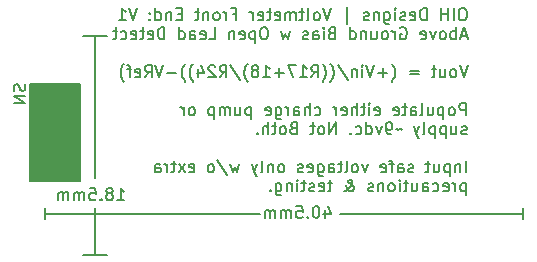
<source format=gbr>
%TF.GenerationSoftware,KiCad,Pcbnew,9.0.3*%
%TF.CreationDate,2025-12-07T20:25:51-06:00*%
%TF.ProjectId,VoltmeterFrontEnd_b,566f6c74-6d65-4746-9572-46726f6e7445,rev?*%
%TF.SameCoordinates,Original*%
%TF.FileFunction,Legend,Bot*%
%TF.FilePolarity,Positive*%
%FSLAX46Y46*%
G04 Gerber Fmt 4.6, Leading zero omitted, Abs format (unit mm)*
G04 Created by KiCad (PCBNEW 9.0.3) date 2025-12-07 20:25:51*
%MOMM*%
%LPD*%
G01*
G04 APERTURE LIST*
%ADD10C,0.150000*%
G04 APERTURE END LIST*
D10*
X94000000Y-80000000D02*
X94000000Y-81000000D01*
X92750000Y-69500000D02*
X97000000Y-69500000D01*
X97000000Y-77750000D01*
X92750000Y-77750000D01*
X92750000Y-69500000D01*
G36*
X92750000Y-69500000D02*
G01*
X97000000Y-69500000D01*
X97000000Y-77750000D01*
X92750000Y-77750000D01*
X92750000Y-69500000D01*
G37*
X134500000Y-81000000D02*
X134500000Y-80000000D01*
X134500000Y-80500000D02*
X119000000Y-80500000D01*
X94000000Y-80500000D02*
X112250000Y-80500000D01*
X97250000Y-84000000D02*
X99250000Y-84000000D01*
X98250000Y-77500000D02*
X98250000Y-65500000D01*
X98250000Y-80000000D02*
X98250000Y-84000000D01*
X97250000Y-65500000D02*
X99250000Y-65500000D01*
X100139411Y-79369819D02*
X100710839Y-79369819D01*
X100425125Y-79369819D02*
X100425125Y-78369819D01*
X100425125Y-78369819D02*
X100520363Y-78512676D01*
X100520363Y-78512676D02*
X100615601Y-78607914D01*
X100615601Y-78607914D02*
X100710839Y-78655533D01*
X99567982Y-78798390D02*
X99663220Y-78750771D01*
X99663220Y-78750771D02*
X99710839Y-78703152D01*
X99710839Y-78703152D02*
X99758458Y-78607914D01*
X99758458Y-78607914D02*
X99758458Y-78560295D01*
X99758458Y-78560295D02*
X99710839Y-78465057D01*
X99710839Y-78465057D02*
X99663220Y-78417438D01*
X99663220Y-78417438D02*
X99567982Y-78369819D01*
X99567982Y-78369819D02*
X99377506Y-78369819D01*
X99377506Y-78369819D02*
X99282268Y-78417438D01*
X99282268Y-78417438D02*
X99234649Y-78465057D01*
X99234649Y-78465057D02*
X99187030Y-78560295D01*
X99187030Y-78560295D02*
X99187030Y-78607914D01*
X99187030Y-78607914D02*
X99234649Y-78703152D01*
X99234649Y-78703152D02*
X99282268Y-78750771D01*
X99282268Y-78750771D02*
X99377506Y-78798390D01*
X99377506Y-78798390D02*
X99567982Y-78798390D01*
X99567982Y-78798390D02*
X99663220Y-78846009D01*
X99663220Y-78846009D02*
X99710839Y-78893628D01*
X99710839Y-78893628D02*
X99758458Y-78988866D01*
X99758458Y-78988866D02*
X99758458Y-79179342D01*
X99758458Y-79179342D02*
X99710839Y-79274580D01*
X99710839Y-79274580D02*
X99663220Y-79322200D01*
X99663220Y-79322200D02*
X99567982Y-79369819D01*
X99567982Y-79369819D02*
X99377506Y-79369819D01*
X99377506Y-79369819D02*
X99282268Y-79322200D01*
X99282268Y-79322200D02*
X99234649Y-79274580D01*
X99234649Y-79274580D02*
X99187030Y-79179342D01*
X99187030Y-79179342D02*
X99187030Y-78988866D01*
X99187030Y-78988866D02*
X99234649Y-78893628D01*
X99234649Y-78893628D02*
X99282268Y-78846009D01*
X99282268Y-78846009D02*
X99377506Y-78798390D01*
X98758458Y-79274580D02*
X98710839Y-79322200D01*
X98710839Y-79322200D02*
X98758458Y-79369819D01*
X98758458Y-79369819D02*
X98806077Y-79322200D01*
X98806077Y-79322200D02*
X98758458Y-79274580D01*
X98758458Y-79274580D02*
X98758458Y-79369819D01*
X97806078Y-78369819D02*
X98282268Y-78369819D01*
X98282268Y-78369819D02*
X98329887Y-78846009D01*
X98329887Y-78846009D02*
X98282268Y-78798390D01*
X98282268Y-78798390D02*
X98187030Y-78750771D01*
X98187030Y-78750771D02*
X97948935Y-78750771D01*
X97948935Y-78750771D02*
X97853697Y-78798390D01*
X97853697Y-78798390D02*
X97806078Y-78846009D01*
X97806078Y-78846009D02*
X97758459Y-78941247D01*
X97758459Y-78941247D02*
X97758459Y-79179342D01*
X97758459Y-79179342D02*
X97806078Y-79274580D01*
X97806078Y-79274580D02*
X97853697Y-79322200D01*
X97853697Y-79322200D02*
X97948935Y-79369819D01*
X97948935Y-79369819D02*
X98187030Y-79369819D01*
X98187030Y-79369819D02*
X98282268Y-79322200D01*
X98282268Y-79322200D02*
X98329887Y-79274580D01*
X97329887Y-79369819D02*
X97329887Y-78703152D01*
X97329887Y-78798390D02*
X97282268Y-78750771D01*
X97282268Y-78750771D02*
X97187030Y-78703152D01*
X97187030Y-78703152D02*
X97044173Y-78703152D01*
X97044173Y-78703152D02*
X96948935Y-78750771D01*
X96948935Y-78750771D02*
X96901316Y-78846009D01*
X96901316Y-78846009D02*
X96901316Y-79369819D01*
X96901316Y-78846009D02*
X96853697Y-78750771D01*
X96853697Y-78750771D02*
X96758459Y-78703152D01*
X96758459Y-78703152D02*
X96615602Y-78703152D01*
X96615602Y-78703152D02*
X96520363Y-78750771D01*
X96520363Y-78750771D02*
X96472744Y-78846009D01*
X96472744Y-78846009D02*
X96472744Y-79369819D01*
X95996554Y-79369819D02*
X95996554Y-78703152D01*
X95996554Y-78798390D02*
X95948935Y-78750771D01*
X95948935Y-78750771D02*
X95853697Y-78703152D01*
X95853697Y-78703152D02*
X95710840Y-78703152D01*
X95710840Y-78703152D02*
X95615602Y-78750771D01*
X95615602Y-78750771D02*
X95567983Y-78846009D01*
X95567983Y-78846009D02*
X95567983Y-79369819D01*
X95567983Y-78846009D02*
X95520364Y-78750771D01*
X95520364Y-78750771D02*
X95425126Y-78703152D01*
X95425126Y-78703152D02*
X95282269Y-78703152D01*
X95282269Y-78703152D02*
X95187030Y-78750771D01*
X95187030Y-78750771D02*
X95139411Y-78846009D01*
X95139411Y-78846009D02*
X95139411Y-79369819D01*
X117734649Y-80203152D02*
X117734649Y-80869819D01*
X117972744Y-79822200D02*
X118210839Y-80536485D01*
X118210839Y-80536485D02*
X117591792Y-80536485D01*
X117020363Y-79869819D02*
X116925125Y-79869819D01*
X116925125Y-79869819D02*
X116829887Y-79917438D01*
X116829887Y-79917438D02*
X116782268Y-79965057D01*
X116782268Y-79965057D02*
X116734649Y-80060295D01*
X116734649Y-80060295D02*
X116687030Y-80250771D01*
X116687030Y-80250771D02*
X116687030Y-80488866D01*
X116687030Y-80488866D02*
X116734649Y-80679342D01*
X116734649Y-80679342D02*
X116782268Y-80774580D01*
X116782268Y-80774580D02*
X116829887Y-80822200D01*
X116829887Y-80822200D02*
X116925125Y-80869819D01*
X116925125Y-80869819D02*
X117020363Y-80869819D01*
X117020363Y-80869819D02*
X117115601Y-80822200D01*
X117115601Y-80822200D02*
X117163220Y-80774580D01*
X117163220Y-80774580D02*
X117210839Y-80679342D01*
X117210839Y-80679342D02*
X117258458Y-80488866D01*
X117258458Y-80488866D02*
X117258458Y-80250771D01*
X117258458Y-80250771D02*
X117210839Y-80060295D01*
X117210839Y-80060295D02*
X117163220Y-79965057D01*
X117163220Y-79965057D02*
X117115601Y-79917438D01*
X117115601Y-79917438D02*
X117020363Y-79869819D01*
X116258458Y-80774580D02*
X116210839Y-80822200D01*
X116210839Y-80822200D02*
X116258458Y-80869819D01*
X116258458Y-80869819D02*
X116306077Y-80822200D01*
X116306077Y-80822200D02*
X116258458Y-80774580D01*
X116258458Y-80774580D02*
X116258458Y-80869819D01*
X115306078Y-79869819D02*
X115782268Y-79869819D01*
X115782268Y-79869819D02*
X115829887Y-80346009D01*
X115829887Y-80346009D02*
X115782268Y-80298390D01*
X115782268Y-80298390D02*
X115687030Y-80250771D01*
X115687030Y-80250771D02*
X115448935Y-80250771D01*
X115448935Y-80250771D02*
X115353697Y-80298390D01*
X115353697Y-80298390D02*
X115306078Y-80346009D01*
X115306078Y-80346009D02*
X115258459Y-80441247D01*
X115258459Y-80441247D02*
X115258459Y-80679342D01*
X115258459Y-80679342D02*
X115306078Y-80774580D01*
X115306078Y-80774580D02*
X115353697Y-80822200D01*
X115353697Y-80822200D02*
X115448935Y-80869819D01*
X115448935Y-80869819D02*
X115687030Y-80869819D01*
X115687030Y-80869819D02*
X115782268Y-80822200D01*
X115782268Y-80822200D02*
X115829887Y-80774580D01*
X114829887Y-80869819D02*
X114829887Y-80203152D01*
X114829887Y-80298390D02*
X114782268Y-80250771D01*
X114782268Y-80250771D02*
X114687030Y-80203152D01*
X114687030Y-80203152D02*
X114544173Y-80203152D01*
X114544173Y-80203152D02*
X114448935Y-80250771D01*
X114448935Y-80250771D02*
X114401316Y-80346009D01*
X114401316Y-80346009D02*
X114401316Y-80869819D01*
X114401316Y-80346009D02*
X114353697Y-80250771D01*
X114353697Y-80250771D02*
X114258459Y-80203152D01*
X114258459Y-80203152D02*
X114115602Y-80203152D01*
X114115602Y-80203152D02*
X114020363Y-80250771D01*
X114020363Y-80250771D02*
X113972744Y-80346009D01*
X113972744Y-80346009D02*
X113972744Y-80869819D01*
X113496554Y-80869819D02*
X113496554Y-80203152D01*
X113496554Y-80298390D02*
X113448935Y-80250771D01*
X113448935Y-80250771D02*
X113353697Y-80203152D01*
X113353697Y-80203152D02*
X113210840Y-80203152D01*
X113210840Y-80203152D02*
X113115602Y-80250771D01*
X113115602Y-80250771D02*
X113067983Y-80346009D01*
X113067983Y-80346009D02*
X113067983Y-80869819D01*
X113067983Y-80346009D02*
X113020364Y-80250771D01*
X113020364Y-80250771D02*
X112925126Y-80203152D01*
X112925126Y-80203152D02*
X112782269Y-80203152D01*
X112782269Y-80203152D02*
X112687030Y-80250771D01*
X112687030Y-80250771D02*
X112639411Y-80346009D01*
X112639411Y-80346009D02*
X112639411Y-80869819D01*
X129472744Y-63130323D02*
X129282268Y-63130323D01*
X129282268Y-63130323D02*
X129187030Y-63177942D01*
X129187030Y-63177942D02*
X129091792Y-63273180D01*
X129091792Y-63273180D02*
X129044173Y-63463656D01*
X129044173Y-63463656D02*
X129044173Y-63796989D01*
X129044173Y-63796989D02*
X129091792Y-63987465D01*
X129091792Y-63987465D02*
X129187030Y-64082704D01*
X129187030Y-64082704D02*
X129282268Y-64130323D01*
X129282268Y-64130323D02*
X129472744Y-64130323D01*
X129472744Y-64130323D02*
X129567982Y-64082704D01*
X129567982Y-64082704D02*
X129663220Y-63987465D01*
X129663220Y-63987465D02*
X129710839Y-63796989D01*
X129710839Y-63796989D02*
X129710839Y-63463656D01*
X129710839Y-63463656D02*
X129663220Y-63273180D01*
X129663220Y-63273180D02*
X129567982Y-63177942D01*
X129567982Y-63177942D02*
X129472744Y-63130323D01*
X128615601Y-64130323D02*
X128615601Y-63130323D01*
X128139411Y-64130323D02*
X128139411Y-63130323D01*
X128139411Y-63606513D02*
X127567983Y-63606513D01*
X127567983Y-64130323D02*
X127567983Y-63130323D01*
X126329887Y-64130323D02*
X126329887Y-63130323D01*
X126329887Y-63130323D02*
X126091792Y-63130323D01*
X126091792Y-63130323D02*
X125948935Y-63177942D01*
X125948935Y-63177942D02*
X125853697Y-63273180D01*
X125853697Y-63273180D02*
X125806078Y-63368418D01*
X125806078Y-63368418D02*
X125758459Y-63558894D01*
X125758459Y-63558894D02*
X125758459Y-63701751D01*
X125758459Y-63701751D02*
X125806078Y-63892227D01*
X125806078Y-63892227D02*
X125853697Y-63987465D01*
X125853697Y-63987465D02*
X125948935Y-64082704D01*
X125948935Y-64082704D02*
X126091792Y-64130323D01*
X126091792Y-64130323D02*
X126329887Y-64130323D01*
X124948935Y-64082704D02*
X125044173Y-64130323D01*
X125044173Y-64130323D02*
X125234649Y-64130323D01*
X125234649Y-64130323D02*
X125329887Y-64082704D01*
X125329887Y-64082704D02*
X125377506Y-63987465D01*
X125377506Y-63987465D02*
X125377506Y-63606513D01*
X125377506Y-63606513D02*
X125329887Y-63511275D01*
X125329887Y-63511275D02*
X125234649Y-63463656D01*
X125234649Y-63463656D02*
X125044173Y-63463656D01*
X125044173Y-63463656D02*
X124948935Y-63511275D01*
X124948935Y-63511275D02*
X124901316Y-63606513D01*
X124901316Y-63606513D02*
X124901316Y-63701751D01*
X124901316Y-63701751D02*
X125377506Y-63796989D01*
X124520363Y-64082704D02*
X124425125Y-64130323D01*
X124425125Y-64130323D02*
X124234649Y-64130323D01*
X124234649Y-64130323D02*
X124139411Y-64082704D01*
X124139411Y-64082704D02*
X124091792Y-63987465D01*
X124091792Y-63987465D02*
X124091792Y-63939846D01*
X124091792Y-63939846D02*
X124139411Y-63844608D01*
X124139411Y-63844608D02*
X124234649Y-63796989D01*
X124234649Y-63796989D02*
X124377506Y-63796989D01*
X124377506Y-63796989D02*
X124472744Y-63749370D01*
X124472744Y-63749370D02*
X124520363Y-63654132D01*
X124520363Y-63654132D02*
X124520363Y-63606513D01*
X124520363Y-63606513D02*
X124472744Y-63511275D01*
X124472744Y-63511275D02*
X124377506Y-63463656D01*
X124377506Y-63463656D02*
X124234649Y-63463656D01*
X124234649Y-63463656D02*
X124139411Y-63511275D01*
X123663220Y-64130323D02*
X123663220Y-63463656D01*
X123663220Y-63130323D02*
X123710839Y-63177942D01*
X123710839Y-63177942D02*
X123663220Y-63225561D01*
X123663220Y-63225561D02*
X123615601Y-63177942D01*
X123615601Y-63177942D02*
X123663220Y-63130323D01*
X123663220Y-63130323D02*
X123663220Y-63225561D01*
X122758459Y-63463656D02*
X122758459Y-64273180D01*
X122758459Y-64273180D02*
X122806078Y-64368418D01*
X122806078Y-64368418D02*
X122853697Y-64416037D01*
X122853697Y-64416037D02*
X122948935Y-64463656D01*
X122948935Y-64463656D02*
X123091792Y-64463656D01*
X123091792Y-64463656D02*
X123187030Y-64416037D01*
X122758459Y-64082704D02*
X122853697Y-64130323D01*
X122853697Y-64130323D02*
X123044173Y-64130323D01*
X123044173Y-64130323D02*
X123139411Y-64082704D01*
X123139411Y-64082704D02*
X123187030Y-64035084D01*
X123187030Y-64035084D02*
X123234649Y-63939846D01*
X123234649Y-63939846D02*
X123234649Y-63654132D01*
X123234649Y-63654132D02*
X123187030Y-63558894D01*
X123187030Y-63558894D02*
X123139411Y-63511275D01*
X123139411Y-63511275D02*
X123044173Y-63463656D01*
X123044173Y-63463656D02*
X122853697Y-63463656D01*
X122853697Y-63463656D02*
X122758459Y-63511275D01*
X122282268Y-63463656D02*
X122282268Y-64130323D01*
X122282268Y-63558894D02*
X122234649Y-63511275D01*
X122234649Y-63511275D02*
X122139411Y-63463656D01*
X122139411Y-63463656D02*
X121996554Y-63463656D01*
X121996554Y-63463656D02*
X121901316Y-63511275D01*
X121901316Y-63511275D02*
X121853697Y-63606513D01*
X121853697Y-63606513D02*
X121853697Y-64130323D01*
X121425125Y-64082704D02*
X121329887Y-64130323D01*
X121329887Y-64130323D02*
X121139411Y-64130323D01*
X121139411Y-64130323D02*
X121044173Y-64082704D01*
X121044173Y-64082704D02*
X120996554Y-63987465D01*
X120996554Y-63987465D02*
X120996554Y-63939846D01*
X120996554Y-63939846D02*
X121044173Y-63844608D01*
X121044173Y-63844608D02*
X121139411Y-63796989D01*
X121139411Y-63796989D02*
X121282268Y-63796989D01*
X121282268Y-63796989D02*
X121377506Y-63749370D01*
X121377506Y-63749370D02*
X121425125Y-63654132D01*
X121425125Y-63654132D02*
X121425125Y-63606513D01*
X121425125Y-63606513D02*
X121377506Y-63511275D01*
X121377506Y-63511275D02*
X121282268Y-63463656D01*
X121282268Y-63463656D02*
X121139411Y-63463656D01*
X121139411Y-63463656D02*
X121044173Y-63511275D01*
X119567982Y-64463656D02*
X119567982Y-63035084D01*
X118234648Y-63130323D02*
X117901315Y-64130323D01*
X117901315Y-64130323D02*
X117567982Y-63130323D01*
X117091791Y-64130323D02*
X117187029Y-64082704D01*
X117187029Y-64082704D02*
X117234648Y-64035084D01*
X117234648Y-64035084D02*
X117282267Y-63939846D01*
X117282267Y-63939846D02*
X117282267Y-63654132D01*
X117282267Y-63654132D02*
X117234648Y-63558894D01*
X117234648Y-63558894D02*
X117187029Y-63511275D01*
X117187029Y-63511275D02*
X117091791Y-63463656D01*
X117091791Y-63463656D02*
X116948934Y-63463656D01*
X116948934Y-63463656D02*
X116853696Y-63511275D01*
X116853696Y-63511275D02*
X116806077Y-63558894D01*
X116806077Y-63558894D02*
X116758458Y-63654132D01*
X116758458Y-63654132D02*
X116758458Y-63939846D01*
X116758458Y-63939846D02*
X116806077Y-64035084D01*
X116806077Y-64035084D02*
X116853696Y-64082704D01*
X116853696Y-64082704D02*
X116948934Y-64130323D01*
X116948934Y-64130323D02*
X117091791Y-64130323D01*
X116187029Y-64130323D02*
X116282267Y-64082704D01*
X116282267Y-64082704D02*
X116329886Y-63987465D01*
X116329886Y-63987465D02*
X116329886Y-63130323D01*
X115948933Y-63463656D02*
X115567981Y-63463656D01*
X115806076Y-63130323D02*
X115806076Y-63987465D01*
X115806076Y-63987465D02*
X115758457Y-64082704D01*
X115758457Y-64082704D02*
X115663219Y-64130323D01*
X115663219Y-64130323D02*
X115567981Y-64130323D01*
X115234647Y-64130323D02*
X115234647Y-63463656D01*
X115234647Y-63558894D02*
X115187028Y-63511275D01*
X115187028Y-63511275D02*
X115091790Y-63463656D01*
X115091790Y-63463656D02*
X114948933Y-63463656D01*
X114948933Y-63463656D02*
X114853695Y-63511275D01*
X114853695Y-63511275D02*
X114806076Y-63606513D01*
X114806076Y-63606513D02*
X114806076Y-64130323D01*
X114806076Y-63606513D02*
X114758457Y-63511275D01*
X114758457Y-63511275D02*
X114663219Y-63463656D01*
X114663219Y-63463656D02*
X114520362Y-63463656D01*
X114520362Y-63463656D02*
X114425123Y-63511275D01*
X114425123Y-63511275D02*
X114377504Y-63606513D01*
X114377504Y-63606513D02*
X114377504Y-64130323D01*
X113520362Y-64082704D02*
X113615600Y-64130323D01*
X113615600Y-64130323D02*
X113806076Y-64130323D01*
X113806076Y-64130323D02*
X113901314Y-64082704D01*
X113901314Y-64082704D02*
X113948933Y-63987465D01*
X113948933Y-63987465D02*
X113948933Y-63606513D01*
X113948933Y-63606513D02*
X113901314Y-63511275D01*
X113901314Y-63511275D02*
X113806076Y-63463656D01*
X113806076Y-63463656D02*
X113615600Y-63463656D01*
X113615600Y-63463656D02*
X113520362Y-63511275D01*
X113520362Y-63511275D02*
X113472743Y-63606513D01*
X113472743Y-63606513D02*
X113472743Y-63701751D01*
X113472743Y-63701751D02*
X113948933Y-63796989D01*
X113187028Y-63463656D02*
X112806076Y-63463656D01*
X113044171Y-63130323D02*
X113044171Y-63987465D01*
X113044171Y-63987465D02*
X112996552Y-64082704D01*
X112996552Y-64082704D02*
X112901314Y-64130323D01*
X112901314Y-64130323D02*
X112806076Y-64130323D01*
X112091790Y-64082704D02*
X112187028Y-64130323D01*
X112187028Y-64130323D02*
X112377504Y-64130323D01*
X112377504Y-64130323D02*
X112472742Y-64082704D01*
X112472742Y-64082704D02*
X112520361Y-63987465D01*
X112520361Y-63987465D02*
X112520361Y-63606513D01*
X112520361Y-63606513D02*
X112472742Y-63511275D01*
X112472742Y-63511275D02*
X112377504Y-63463656D01*
X112377504Y-63463656D02*
X112187028Y-63463656D01*
X112187028Y-63463656D02*
X112091790Y-63511275D01*
X112091790Y-63511275D02*
X112044171Y-63606513D01*
X112044171Y-63606513D02*
X112044171Y-63701751D01*
X112044171Y-63701751D02*
X112520361Y-63796989D01*
X111615599Y-64130323D02*
X111615599Y-63463656D01*
X111615599Y-63654132D02*
X111567980Y-63558894D01*
X111567980Y-63558894D02*
X111520361Y-63511275D01*
X111520361Y-63511275D02*
X111425123Y-63463656D01*
X111425123Y-63463656D02*
X111329885Y-63463656D01*
X109901313Y-63606513D02*
X110234646Y-63606513D01*
X110234646Y-64130323D02*
X110234646Y-63130323D01*
X110234646Y-63130323D02*
X109758456Y-63130323D01*
X109377503Y-64130323D02*
X109377503Y-63463656D01*
X109377503Y-63654132D02*
X109329884Y-63558894D01*
X109329884Y-63558894D02*
X109282265Y-63511275D01*
X109282265Y-63511275D02*
X109187027Y-63463656D01*
X109187027Y-63463656D02*
X109091789Y-63463656D01*
X108615598Y-64130323D02*
X108710836Y-64082704D01*
X108710836Y-64082704D02*
X108758455Y-64035084D01*
X108758455Y-64035084D02*
X108806074Y-63939846D01*
X108806074Y-63939846D02*
X108806074Y-63654132D01*
X108806074Y-63654132D02*
X108758455Y-63558894D01*
X108758455Y-63558894D02*
X108710836Y-63511275D01*
X108710836Y-63511275D02*
X108615598Y-63463656D01*
X108615598Y-63463656D02*
X108472741Y-63463656D01*
X108472741Y-63463656D02*
X108377503Y-63511275D01*
X108377503Y-63511275D02*
X108329884Y-63558894D01*
X108329884Y-63558894D02*
X108282265Y-63654132D01*
X108282265Y-63654132D02*
X108282265Y-63939846D01*
X108282265Y-63939846D02*
X108329884Y-64035084D01*
X108329884Y-64035084D02*
X108377503Y-64082704D01*
X108377503Y-64082704D02*
X108472741Y-64130323D01*
X108472741Y-64130323D02*
X108615598Y-64130323D01*
X107853693Y-63463656D02*
X107853693Y-64130323D01*
X107853693Y-63558894D02*
X107806074Y-63511275D01*
X107806074Y-63511275D02*
X107710836Y-63463656D01*
X107710836Y-63463656D02*
X107567979Y-63463656D01*
X107567979Y-63463656D02*
X107472741Y-63511275D01*
X107472741Y-63511275D02*
X107425122Y-63606513D01*
X107425122Y-63606513D02*
X107425122Y-64130323D01*
X107091788Y-63463656D02*
X106710836Y-63463656D01*
X106948931Y-63130323D02*
X106948931Y-63987465D01*
X106948931Y-63987465D02*
X106901312Y-64082704D01*
X106901312Y-64082704D02*
X106806074Y-64130323D01*
X106806074Y-64130323D02*
X106710836Y-64130323D01*
X105615597Y-63606513D02*
X105282264Y-63606513D01*
X105139407Y-64130323D02*
X105615597Y-64130323D01*
X105615597Y-64130323D02*
X105615597Y-63130323D01*
X105615597Y-63130323D02*
X105139407Y-63130323D01*
X104710835Y-63463656D02*
X104710835Y-64130323D01*
X104710835Y-63558894D02*
X104663216Y-63511275D01*
X104663216Y-63511275D02*
X104567978Y-63463656D01*
X104567978Y-63463656D02*
X104425121Y-63463656D01*
X104425121Y-63463656D02*
X104329883Y-63511275D01*
X104329883Y-63511275D02*
X104282264Y-63606513D01*
X104282264Y-63606513D02*
X104282264Y-64130323D01*
X103377502Y-64130323D02*
X103377502Y-63130323D01*
X103377502Y-64082704D02*
X103472740Y-64130323D01*
X103472740Y-64130323D02*
X103663216Y-64130323D01*
X103663216Y-64130323D02*
X103758454Y-64082704D01*
X103758454Y-64082704D02*
X103806073Y-64035084D01*
X103806073Y-64035084D02*
X103853692Y-63939846D01*
X103853692Y-63939846D02*
X103853692Y-63654132D01*
X103853692Y-63654132D02*
X103806073Y-63558894D01*
X103806073Y-63558894D02*
X103758454Y-63511275D01*
X103758454Y-63511275D02*
X103663216Y-63463656D01*
X103663216Y-63463656D02*
X103472740Y-63463656D01*
X103472740Y-63463656D02*
X103377502Y-63511275D01*
X102901311Y-64035084D02*
X102853692Y-64082704D01*
X102853692Y-64082704D02*
X102901311Y-64130323D01*
X102901311Y-64130323D02*
X102948930Y-64082704D01*
X102948930Y-64082704D02*
X102901311Y-64035084D01*
X102901311Y-64035084D02*
X102901311Y-64130323D01*
X102901311Y-63511275D02*
X102853692Y-63558894D01*
X102853692Y-63558894D02*
X102901311Y-63606513D01*
X102901311Y-63606513D02*
X102948930Y-63558894D01*
X102948930Y-63558894D02*
X102901311Y-63511275D01*
X102901311Y-63511275D02*
X102901311Y-63606513D01*
X101806073Y-63130323D02*
X101472740Y-64130323D01*
X101472740Y-64130323D02*
X101139407Y-63130323D01*
X100282264Y-64130323D02*
X100853692Y-64130323D01*
X100567978Y-64130323D02*
X100567978Y-63130323D01*
X100567978Y-63130323D02*
X100663216Y-63273180D01*
X100663216Y-63273180D02*
X100758454Y-63368418D01*
X100758454Y-63368418D02*
X100853692Y-63416037D01*
X129710839Y-65454552D02*
X129234649Y-65454552D01*
X129806077Y-65740267D02*
X129472744Y-64740267D01*
X129472744Y-64740267D02*
X129139411Y-65740267D01*
X128806077Y-65740267D02*
X128806077Y-64740267D01*
X128806077Y-65121219D02*
X128710839Y-65073600D01*
X128710839Y-65073600D02*
X128520363Y-65073600D01*
X128520363Y-65073600D02*
X128425125Y-65121219D01*
X128425125Y-65121219D02*
X128377506Y-65168838D01*
X128377506Y-65168838D02*
X128329887Y-65264076D01*
X128329887Y-65264076D02*
X128329887Y-65549790D01*
X128329887Y-65549790D02*
X128377506Y-65645028D01*
X128377506Y-65645028D02*
X128425125Y-65692648D01*
X128425125Y-65692648D02*
X128520363Y-65740267D01*
X128520363Y-65740267D02*
X128710839Y-65740267D01*
X128710839Y-65740267D02*
X128806077Y-65692648D01*
X127758458Y-65740267D02*
X127853696Y-65692648D01*
X127853696Y-65692648D02*
X127901315Y-65645028D01*
X127901315Y-65645028D02*
X127948934Y-65549790D01*
X127948934Y-65549790D02*
X127948934Y-65264076D01*
X127948934Y-65264076D02*
X127901315Y-65168838D01*
X127901315Y-65168838D02*
X127853696Y-65121219D01*
X127853696Y-65121219D02*
X127758458Y-65073600D01*
X127758458Y-65073600D02*
X127615601Y-65073600D01*
X127615601Y-65073600D02*
X127520363Y-65121219D01*
X127520363Y-65121219D02*
X127472744Y-65168838D01*
X127472744Y-65168838D02*
X127425125Y-65264076D01*
X127425125Y-65264076D02*
X127425125Y-65549790D01*
X127425125Y-65549790D02*
X127472744Y-65645028D01*
X127472744Y-65645028D02*
X127520363Y-65692648D01*
X127520363Y-65692648D02*
X127615601Y-65740267D01*
X127615601Y-65740267D02*
X127758458Y-65740267D01*
X127091791Y-65073600D02*
X126853696Y-65740267D01*
X126853696Y-65740267D02*
X126615601Y-65073600D01*
X125853696Y-65692648D02*
X125948934Y-65740267D01*
X125948934Y-65740267D02*
X126139410Y-65740267D01*
X126139410Y-65740267D02*
X126234648Y-65692648D01*
X126234648Y-65692648D02*
X126282267Y-65597409D01*
X126282267Y-65597409D02*
X126282267Y-65216457D01*
X126282267Y-65216457D02*
X126234648Y-65121219D01*
X126234648Y-65121219D02*
X126139410Y-65073600D01*
X126139410Y-65073600D02*
X125948934Y-65073600D01*
X125948934Y-65073600D02*
X125853696Y-65121219D01*
X125853696Y-65121219D02*
X125806077Y-65216457D01*
X125806077Y-65216457D02*
X125806077Y-65311695D01*
X125806077Y-65311695D02*
X126282267Y-65406933D01*
X124091791Y-64787886D02*
X124187029Y-64740267D01*
X124187029Y-64740267D02*
X124329886Y-64740267D01*
X124329886Y-64740267D02*
X124472743Y-64787886D01*
X124472743Y-64787886D02*
X124567981Y-64883124D01*
X124567981Y-64883124D02*
X124615600Y-64978362D01*
X124615600Y-64978362D02*
X124663219Y-65168838D01*
X124663219Y-65168838D02*
X124663219Y-65311695D01*
X124663219Y-65311695D02*
X124615600Y-65502171D01*
X124615600Y-65502171D02*
X124567981Y-65597409D01*
X124567981Y-65597409D02*
X124472743Y-65692648D01*
X124472743Y-65692648D02*
X124329886Y-65740267D01*
X124329886Y-65740267D02*
X124234648Y-65740267D01*
X124234648Y-65740267D02*
X124091791Y-65692648D01*
X124091791Y-65692648D02*
X124044172Y-65645028D01*
X124044172Y-65645028D02*
X124044172Y-65311695D01*
X124044172Y-65311695D02*
X124234648Y-65311695D01*
X123615600Y-65740267D02*
X123615600Y-65073600D01*
X123615600Y-65264076D02*
X123567981Y-65168838D01*
X123567981Y-65168838D02*
X123520362Y-65121219D01*
X123520362Y-65121219D02*
X123425124Y-65073600D01*
X123425124Y-65073600D02*
X123329886Y-65073600D01*
X122853695Y-65740267D02*
X122948933Y-65692648D01*
X122948933Y-65692648D02*
X122996552Y-65645028D01*
X122996552Y-65645028D02*
X123044171Y-65549790D01*
X123044171Y-65549790D02*
X123044171Y-65264076D01*
X123044171Y-65264076D02*
X122996552Y-65168838D01*
X122996552Y-65168838D02*
X122948933Y-65121219D01*
X122948933Y-65121219D02*
X122853695Y-65073600D01*
X122853695Y-65073600D02*
X122710838Y-65073600D01*
X122710838Y-65073600D02*
X122615600Y-65121219D01*
X122615600Y-65121219D02*
X122567981Y-65168838D01*
X122567981Y-65168838D02*
X122520362Y-65264076D01*
X122520362Y-65264076D02*
X122520362Y-65549790D01*
X122520362Y-65549790D02*
X122567981Y-65645028D01*
X122567981Y-65645028D02*
X122615600Y-65692648D01*
X122615600Y-65692648D02*
X122710838Y-65740267D01*
X122710838Y-65740267D02*
X122853695Y-65740267D01*
X121663219Y-65073600D02*
X121663219Y-65740267D01*
X122091790Y-65073600D02*
X122091790Y-65597409D01*
X122091790Y-65597409D02*
X122044171Y-65692648D01*
X122044171Y-65692648D02*
X121948933Y-65740267D01*
X121948933Y-65740267D02*
X121806076Y-65740267D01*
X121806076Y-65740267D02*
X121710838Y-65692648D01*
X121710838Y-65692648D02*
X121663219Y-65645028D01*
X121187028Y-65073600D02*
X121187028Y-65740267D01*
X121187028Y-65168838D02*
X121139409Y-65121219D01*
X121139409Y-65121219D02*
X121044171Y-65073600D01*
X121044171Y-65073600D02*
X120901314Y-65073600D01*
X120901314Y-65073600D02*
X120806076Y-65121219D01*
X120806076Y-65121219D02*
X120758457Y-65216457D01*
X120758457Y-65216457D02*
X120758457Y-65740267D01*
X119853695Y-65740267D02*
X119853695Y-64740267D01*
X119853695Y-65692648D02*
X119948933Y-65740267D01*
X119948933Y-65740267D02*
X120139409Y-65740267D01*
X120139409Y-65740267D02*
X120234647Y-65692648D01*
X120234647Y-65692648D02*
X120282266Y-65645028D01*
X120282266Y-65645028D02*
X120329885Y-65549790D01*
X120329885Y-65549790D02*
X120329885Y-65264076D01*
X120329885Y-65264076D02*
X120282266Y-65168838D01*
X120282266Y-65168838D02*
X120234647Y-65121219D01*
X120234647Y-65121219D02*
X120139409Y-65073600D01*
X120139409Y-65073600D02*
X119948933Y-65073600D01*
X119948933Y-65073600D02*
X119853695Y-65121219D01*
X118282266Y-65216457D02*
X118139409Y-65264076D01*
X118139409Y-65264076D02*
X118091790Y-65311695D01*
X118091790Y-65311695D02*
X118044171Y-65406933D01*
X118044171Y-65406933D02*
X118044171Y-65549790D01*
X118044171Y-65549790D02*
X118091790Y-65645028D01*
X118091790Y-65645028D02*
X118139409Y-65692648D01*
X118139409Y-65692648D02*
X118234647Y-65740267D01*
X118234647Y-65740267D02*
X118615599Y-65740267D01*
X118615599Y-65740267D02*
X118615599Y-64740267D01*
X118615599Y-64740267D02*
X118282266Y-64740267D01*
X118282266Y-64740267D02*
X118187028Y-64787886D01*
X118187028Y-64787886D02*
X118139409Y-64835505D01*
X118139409Y-64835505D02*
X118091790Y-64930743D01*
X118091790Y-64930743D02*
X118091790Y-65025981D01*
X118091790Y-65025981D02*
X118139409Y-65121219D01*
X118139409Y-65121219D02*
X118187028Y-65168838D01*
X118187028Y-65168838D02*
X118282266Y-65216457D01*
X118282266Y-65216457D02*
X118615599Y-65216457D01*
X117615599Y-65740267D02*
X117615599Y-65073600D01*
X117615599Y-64740267D02*
X117663218Y-64787886D01*
X117663218Y-64787886D02*
X117615599Y-64835505D01*
X117615599Y-64835505D02*
X117567980Y-64787886D01*
X117567980Y-64787886D02*
X117615599Y-64740267D01*
X117615599Y-64740267D02*
X117615599Y-64835505D01*
X116710838Y-65740267D02*
X116710838Y-65216457D01*
X116710838Y-65216457D02*
X116758457Y-65121219D01*
X116758457Y-65121219D02*
X116853695Y-65073600D01*
X116853695Y-65073600D02*
X117044171Y-65073600D01*
X117044171Y-65073600D02*
X117139409Y-65121219D01*
X116710838Y-65692648D02*
X116806076Y-65740267D01*
X116806076Y-65740267D02*
X117044171Y-65740267D01*
X117044171Y-65740267D02*
X117139409Y-65692648D01*
X117139409Y-65692648D02*
X117187028Y-65597409D01*
X117187028Y-65597409D02*
X117187028Y-65502171D01*
X117187028Y-65502171D02*
X117139409Y-65406933D01*
X117139409Y-65406933D02*
X117044171Y-65359314D01*
X117044171Y-65359314D02*
X116806076Y-65359314D01*
X116806076Y-65359314D02*
X116710838Y-65311695D01*
X116282266Y-65692648D02*
X116187028Y-65740267D01*
X116187028Y-65740267D02*
X115996552Y-65740267D01*
X115996552Y-65740267D02*
X115901314Y-65692648D01*
X115901314Y-65692648D02*
X115853695Y-65597409D01*
X115853695Y-65597409D02*
X115853695Y-65549790D01*
X115853695Y-65549790D02*
X115901314Y-65454552D01*
X115901314Y-65454552D02*
X115996552Y-65406933D01*
X115996552Y-65406933D02*
X116139409Y-65406933D01*
X116139409Y-65406933D02*
X116234647Y-65359314D01*
X116234647Y-65359314D02*
X116282266Y-65264076D01*
X116282266Y-65264076D02*
X116282266Y-65216457D01*
X116282266Y-65216457D02*
X116234647Y-65121219D01*
X116234647Y-65121219D02*
X116139409Y-65073600D01*
X116139409Y-65073600D02*
X115996552Y-65073600D01*
X115996552Y-65073600D02*
X115901314Y-65121219D01*
X114758456Y-65073600D02*
X114567980Y-65740267D01*
X114567980Y-65740267D02*
X114377504Y-65264076D01*
X114377504Y-65264076D02*
X114187028Y-65740267D01*
X114187028Y-65740267D02*
X113996552Y-65073600D01*
X112663218Y-64740267D02*
X112472742Y-64740267D01*
X112472742Y-64740267D02*
X112377504Y-64787886D01*
X112377504Y-64787886D02*
X112282266Y-64883124D01*
X112282266Y-64883124D02*
X112234647Y-65073600D01*
X112234647Y-65073600D02*
X112234647Y-65406933D01*
X112234647Y-65406933D02*
X112282266Y-65597409D01*
X112282266Y-65597409D02*
X112377504Y-65692648D01*
X112377504Y-65692648D02*
X112472742Y-65740267D01*
X112472742Y-65740267D02*
X112663218Y-65740267D01*
X112663218Y-65740267D02*
X112758456Y-65692648D01*
X112758456Y-65692648D02*
X112853694Y-65597409D01*
X112853694Y-65597409D02*
X112901313Y-65406933D01*
X112901313Y-65406933D02*
X112901313Y-65073600D01*
X112901313Y-65073600D02*
X112853694Y-64883124D01*
X112853694Y-64883124D02*
X112758456Y-64787886D01*
X112758456Y-64787886D02*
X112663218Y-64740267D01*
X111806075Y-65073600D02*
X111806075Y-66073600D01*
X111806075Y-65121219D02*
X111710837Y-65073600D01*
X111710837Y-65073600D02*
X111520361Y-65073600D01*
X111520361Y-65073600D02*
X111425123Y-65121219D01*
X111425123Y-65121219D02*
X111377504Y-65168838D01*
X111377504Y-65168838D02*
X111329885Y-65264076D01*
X111329885Y-65264076D02*
X111329885Y-65549790D01*
X111329885Y-65549790D02*
X111377504Y-65645028D01*
X111377504Y-65645028D02*
X111425123Y-65692648D01*
X111425123Y-65692648D02*
X111520361Y-65740267D01*
X111520361Y-65740267D02*
X111710837Y-65740267D01*
X111710837Y-65740267D02*
X111806075Y-65692648D01*
X110520361Y-65692648D02*
X110615599Y-65740267D01*
X110615599Y-65740267D02*
X110806075Y-65740267D01*
X110806075Y-65740267D02*
X110901313Y-65692648D01*
X110901313Y-65692648D02*
X110948932Y-65597409D01*
X110948932Y-65597409D02*
X110948932Y-65216457D01*
X110948932Y-65216457D02*
X110901313Y-65121219D01*
X110901313Y-65121219D02*
X110806075Y-65073600D01*
X110806075Y-65073600D02*
X110615599Y-65073600D01*
X110615599Y-65073600D02*
X110520361Y-65121219D01*
X110520361Y-65121219D02*
X110472742Y-65216457D01*
X110472742Y-65216457D02*
X110472742Y-65311695D01*
X110472742Y-65311695D02*
X110948932Y-65406933D01*
X110044170Y-65073600D02*
X110044170Y-65740267D01*
X110044170Y-65168838D02*
X109996551Y-65121219D01*
X109996551Y-65121219D02*
X109901313Y-65073600D01*
X109901313Y-65073600D02*
X109758456Y-65073600D01*
X109758456Y-65073600D02*
X109663218Y-65121219D01*
X109663218Y-65121219D02*
X109615599Y-65216457D01*
X109615599Y-65216457D02*
X109615599Y-65740267D01*
X107901313Y-65740267D02*
X108377503Y-65740267D01*
X108377503Y-65740267D02*
X108377503Y-64740267D01*
X107187027Y-65692648D02*
X107282265Y-65740267D01*
X107282265Y-65740267D02*
X107472741Y-65740267D01*
X107472741Y-65740267D02*
X107567979Y-65692648D01*
X107567979Y-65692648D02*
X107615598Y-65597409D01*
X107615598Y-65597409D02*
X107615598Y-65216457D01*
X107615598Y-65216457D02*
X107567979Y-65121219D01*
X107567979Y-65121219D02*
X107472741Y-65073600D01*
X107472741Y-65073600D02*
X107282265Y-65073600D01*
X107282265Y-65073600D02*
X107187027Y-65121219D01*
X107187027Y-65121219D02*
X107139408Y-65216457D01*
X107139408Y-65216457D02*
X107139408Y-65311695D01*
X107139408Y-65311695D02*
X107615598Y-65406933D01*
X106282265Y-65740267D02*
X106282265Y-65216457D01*
X106282265Y-65216457D02*
X106329884Y-65121219D01*
X106329884Y-65121219D02*
X106425122Y-65073600D01*
X106425122Y-65073600D02*
X106615598Y-65073600D01*
X106615598Y-65073600D02*
X106710836Y-65121219D01*
X106282265Y-65692648D02*
X106377503Y-65740267D01*
X106377503Y-65740267D02*
X106615598Y-65740267D01*
X106615598Y-65740267D02*
X106710836Y-65692648D01*
X106710836Y-65692648D02*
X106758455Y-65597409D01*
X106758455Y-65597409D02*
X106758455Y-65502171D01*
X106758455Y-65502171D02*
X106710836Y-65406933D01*
X106710836Y-65406933D02*
X106615598Y-65359314D01*
X106615598Y-65359314D02*
X106377503Y-65359314D01*
X106377503Y-65359314D02*
X106282265Y-65311695D01*
X105377503Y-65740267D02*
X105377503Y-64740267D01*
X105377503Y-65692648D02*
X105472741Y-65740267D01*
X105472741Y-65740267D02*
X105663217Y-65740267D01*
X105663217Y-65740267D02*
X105758455Y-65692648D01*
X105758455Y-65692648D02*
X105806074Y-65645028D01*
X105806074Y-65645028D02*
X105853693Y-65549790D01*
X105853693Y-65549790D02*
X105853693Y-65264076D01*
X105853693Y-65264076D02*
X105806074Y-65168838D01*
X105806074Y-65168838D02*
X105758455Y-65121219D01*
X105758455Y-65121219D02*
X105663217Y-65073600D01*
X105663217Y-65073600D02*
X105472741Y-65073600D01*
X105472741Y-65073600D02*
X105377503Y-65121219D01*
X104139407Y-65740267D02*
X104139407Y-64740267D01*
X104139407Y-64740267D02*
X103901312Y-64740267D01*
X103901312Y-64740267D02*
X103758455Y-64787886D01*
X103758455Y-64787886D02*
X103663217Y-64883124D01*
X103663217Y-64883124D02*
X103615598Y-64978362D01*
X103615598Y-64978362D02*
X103567979Y-65168838D01*
X103567979Y-65168838D02*
X103567979Y-65311695D01*
X103567979Y-65311695D02*
X103615598Y-65502171D01*
X103615598Y-65502171D02*
X103663217Y-65597409D01*
X103663217Y-65597409D02*
X103758455Y-65692648D01*
X103758455Y-65692648D02*
X103901312Y-65740267D01*
X103901312Y-65740267D02*
X104139407Y-65740267D01*
X102758455Y-65692648D02*
X102853693Y-65740267D01*
X102853693Y-65740267D02*
X103044169Y-65740267D01*
X103044169Y-65740267D02*
X103139407Y-65692648D01*
X103139407Y-65692648D02*
X103187026Y-65597409D01*
X103187026Y-65597409D02*
X103187026Y-65216457D01*
X103187026Y-65216457D02*
X103139407Y-65121219D01*
X103139407Y-65121219D02*
X103044169Y-65073600D01*
X103044169Y-65073600D02*
X102853693Y-65073600D01*
X102853693Y-65073600D02*
X102758455Y-65121219D01*
X102758455Y-65121219D02*
X102710836Y-65216457D01*
X102710836Y-65216457D02*
X102710836Y-65311695D01*
X102710836Y-65311695D02*
X103187026Y-65406933D01*
X102425121Y-65073600D02*
X102044169Y-65073600D01*
X102282264Y-64740267D02*
X102282264Y-65597409D01*
X102282264Y-65597409D02*
X102234645Y-65692648D01*
X102234645Y-65692648D02*
X102139407Y-65740267D01*
X102139407Y-65740267D02*
X102044169Y-65740267D01*
X101329883Y-65692648D02*
X101425121Y-65740267D01*
X101425121Y-65740267D02*
X101615597Y-65740267D01*
X101615597Y-65740267D02*
X101710835Y-65692648D01*
X101710835Y-65692648D02*
X101758454Y-65597409D01*
X101758454Y-65597409D02*
X101758454Y-65216457D01*
X101758454Y-65216457D02*
X101710835Y-65121219D01*
X101710835Y-65121219D02*
X101615597Y-65073600D01*
X101615597Y-65073600D02*
X101425121Y-65073600D01*
X101425121Y-65073600D02*
X101329883Y-65121219D01*
X101329883Y-65121219D02*
X101282264Y-65216457D01*
X101282264Y-65216457D02*
X101282264Y-65311695D01*
X101282264Y-65311695D02*
X101758454Y-65406933D01*
X100425121Y-65692648D02*
X100520359Y-65740267D01*
X100520359Y-65740267D02*
X100710835Y-65740267D01*
X100710835Y-65740267D02*
X100806073Y-65692648D01*
X100806073Y-65692648D02*
X100853692Y-65645028D01*
X100853692Y-65645028D02*
X100901311Y-65549790D01*
X100901311Y-65549790D02*
X100901311Y-65264076D01*
X100901311Y-65264076D02*
X100853692Y-65168838D01*
X100853692Y-65168838D02*
X100806073Y-65121219D01*
X100806073Y-65121219D02*
X100710835Y-65073600D01*
X100710835Y-65073600D02*
X100520359Y-65073600D01*
X100520359Y-65073600D02*
X100425121Y-65121219D01*
X100139406Y-65073600D02*
X99758454Y-65073600D01*
X99996549Y-64740267D02*
X99996549Y-65597409D01*
X99996549Y-65597409D02*
X99948930Y-65692648D01*
X99948930Y-65692648D02*
X99853692Y-65740267D01*
X99853692Y-65740267D02*
X99758454Y-65740267D01*
X129806077Y-67960155D02*
X129472744Y-68960155D01*
X129472744Y-68960155D02*
X129139411Y-67960155D01*
X128663220Y-68960155D02*
X128758458Y-68912536D01*
X128758458Y-68912536D02*
X128806077Y-68864916D01*
X128806077Y-68864916D02*
X128853696Y-68769678D01*
X128853696Y-68769678D02*
X128853696Y-68483964D01*
X128853696Y-68483964D02*
X128806077Y-68388726D01*
X128806077Y-68388726D02*
X128758458Y-68341107D01*
X128758458Y-68341107D02*
X128663220Y-68293488D01*
X128663220Y-68293488D02*
X128520363Y-68293488D01*
X128520363Y-68293488D02*
X128425125Y-68341107D01*
X128425125Y-68341107D02*
X128377506Y-68388726D01*
X128377506Y-68388726D02*
X128329887Y-68483964D01*
X128329887Y-68483964D02*
X128329887Y-68769678D01*
X128329887Y-68769678D02*
X128377506Y-68864916D01*
X128377506Y-68864916D02*
X128425125Y-68912536D01*
X128425125Y-68912536D02*
X128520363Y-68960155D01*
X128520363Y-68960155D02*
X128663220Y-68960155D01*
X127472744Y-68293488D02*
X127472744Y-68960155D01*
X127901315Y-68293488D02*
X127901315Y-68817297D01*
X127901315Y-68817297D02*
X127853696Y-68912536D01*
X127853696Y-68912536D02*
X127758458Y-68960155D01*
X127758458Y-68960155D02*
X127615601Y-68960155D01*
X127615601Y-68960155D02*
X127520363Y-68912536D01*
X127520363Y-68912536D02*
X127472744Y-68864916D01*
X127139410Y-68293488D02*
X126758458Y-68293488D01*
X126996553Y-67960155D02*
X126996553Y-68817297D01*
X126996553Y-68817297D02*
X126948934Y-68912536D01*
X126948934Y-68912536D02*
X126853696Y-68960155D01*
X126853696Y-68960155D02*
X126758458Y-68960155D01*
X125663219Y-68436345D02*
X124901315Y-68436345D01*
X124901315Y-68722059D02*
X125663219Y-68722059D01*
X123377505Y-69341107D02*
X123425124Y-69293488D01*
X123425124Y-69293488D02*
X123520362Y-69150631D01*
X123520362Y-69150631D02*
X123567981Y-69055393D01*
X123567981Y-69055393D02*
X123615600Y-68912536D01*
X123615600Y-68912536D02*
X123663219Y-68674440D01*
X123663219Y-68674440D02*
X123663219Y-68483964D01*
X123663219Y-68483964D02*
X123615600Y-68245869D01*
X123615600Y-68245869D02*
X123567981Y-68103012D01*
X123567981Y-68103012D02*
X123520362Y-68007774D01*
X123520362Y-68007774D02*
X123425124Y-67864916D01*
X123425124Y-67864916D02*
X123377505Y-67817297D01*
X122996552Y-68579202D02*
X122234648Y-68579202D01*
X122615600Y-68960155D02*
X122615600Y-68198250D01*
X121901314Y-67960155D02*
X121567981Y-68960155D01*
X121567981Y-68960155D02*
X121234648Y-67960155D01*
X120901314Y-68960155D02*
X120901314Y-68293488D01*
X120901314Y-67960155D02*
X120948933Y-68007774D01*
X120948933Y-68007774D02*
X120901314Y-68055393D01*
X120901314Y-68055393D02*
X120853695Y-68007774D01*
X120853695Y-68007774D02*
X120901314Y-67960155D01*
X120901314Y-67960155D02*
X120901314Y-68055393D01*
X120425124Y-68293488D02*
X120425124Y-68960155D01*
X120425124Y-68388726D02*
X120377505Y-68341107D01*
X120377505Y-68341107D02*
X120282267Y-68293488D01*
X120282267Y-68293488D02*
X120139410Y-68293488D01*
X120139410Y-68293488D02*
X120044172Y-68341107D01*
X120044172Y-68341107D02*
X119996553Y-68436345D01*
X119996553Y-68436345D02*
X119996553Y-68960155D01*
X118806077Y-67912536D02*
X119663219Y-69198250D01*
X118187029Y-69341107D02*
X118234648Y-69293488D01*
X118234648Y-69293488D02*
X118329886Y-69150631D01*
X118329886Y-69150631D02*
X118377505Y-69055393D01*
X118377505Y-69055393D02*
X118425124Y-68912536D01*
X118425124Y-68912536D02*
X118472743Y-68674440D01*
X118472743Y-68674440D02*
X118472743Y-68483964D01*
X118472743Y-68483964D02*
X118425124Y-68245869D01*
X118425124Y-68245869D02*
X118377505Y-68103012D01*
X118377505Y-68103012D02*
X118329886Y-68007774D01*
X118329886Y-68007774D02*
X118234648Y-67864916D01*
X118234648Y-67864916D02*
X118187029Y-67817297D01*
X117520362Y-69341107D02*
X117567981Y-69293488D01*
X117567981Y-69293488D02*
X117663219Y-69150631D01*
X117663219Y-69150631D02*
X117710838Y-69055393D01*
X117710838Y-69055393D02*
X117758457Y-68912536D01*
X117758457Y-68912536D02*
X117806076Y-68674440D01*
X117806076Y-68674440D02*
X117806076Y-68483964D01*
X117806076Y-68483964D02*
X117758457Y-68245869D01*
X117758457Y-68245869D02*
X117710838Y-68103012D01*
X117710838Y-68103012D02*
X117663219Y-68007774D01*
X117663219Y-68007774D02*
X117567981Y-67864916D01*
X117567981Y-67864916D02*
X117520362Y-67817297D01*
X116567981Y-68960155D02*
X116901314Y-68483964D01*
X117139409Y-68960155D02*
X117139409Y-67960155D01*
X117139409Y-67960155D02*
X116758457Y-67960155D01*
X116758457Y-67960155D02*
X116663219Y-68007774D01*
X116663219Y-68007774D02*
X116615600Y-68055393D01*
X116615600Y-68055393D02*
X116567981Y-68150631D01*
X116567981Y-68150631D02*
X116567981Y-68293488D01*
X116567981Y-68293488D02*
X116615600Y-68388726D01*
X116615600Y-68388726D02*
X116663219Y-68436345D01*
X116663219Y-68436345D02*
X116758457Y-68483964D01*
X116758457Y-68483964D02*
X117139409Y-68483964D01*
X115615600Y-68960155D02*
X116187028Y-68960155D01*
X115901314Y-68960155D02*
X115901314Y-67960155D01*
X115901314Y-67960155D02*
X115996552Y-68103012D01*
X115996552Y-68103012D02*
X116091790Y-68198250D01*
X116091790Y-68198250D02*
X116187028Y-68245869D01*
X115282266Y-67960155D02*
X114615600Y-67960155D01*
X114615600Y-67960155D02*
X115044171Y-68960155D01*
X114234647Y-68579202D02*
X113472743Y-68579202D01*
X113853695Y-68960155D02*
X113853695Y-68198250D01*
X112472743Y-68960155D02*
X113044171Y-68960155D01*
X112758457Y-68960155D02*
X112758457Y-67960155D01*
X112758457Y-67960155D02*
X112853695Y-68103012D01*
X112853695Y-68103012D02*
X112948933Y-68198250D01*
X112948933Y-68198250D02*
X113044171Y-68245869D01*
X111901314Y-68388726D02*
X111996552Y-68341107D01*
X111996552Y-68341107D02*
X112044171Y-68293488D01*
X112044171Y-68293488D02*
X112091790Y-68198250D01*
X112091790Y-68198250D02*
X112091790Y-68150631D01*
X112091790Y-68150631D02*
X112044171Y-68055393D01*
X112044171Y-68055393D02*
X111996552Y-68007774D01*
X111996552Y-68007774D02*
X111901314Y-67960155D01*
X111901314Y-67960155D02*
X111710838Y-67960155D01*
X111710838Y-67960155D02*
X111615600Y-68007774D01*
X111615600Y-68007774D02*
X111567981Y-68055393D01*
X111567981Y-68055393D02*
X111520362Y-68150631D01*
X111520362Y-68150631D02*
X111520362Y-68198250D01*
X111520362Y-68198250D02*
X111567981Y-68293488D01*
X111567981Y-68293488D02*
X111615600Y-68341107D01*
X111615600Y-68341107D02*
X111710838Y-68388726D01*
X111710838Y-68388726D02*
X111901314Y-68388726D01*
X111901314Y-68388726D02*
X111996552Y-68436345D01*
X111996552Y-68436345D02*
X112044171Y-68483964D01*
X112044171Y-68483964D02*
X112091790Y-68579202D01*
X112091790Y-68579202D02*
X112091790Y-68769678D01*
X112091790Y-68769678D02*
X112044171Y-68864916D01*
X112044171Y-68864916D02*
X111996552Y-68912536D01*
X111996552Y-68912536D02*
X111901314Y-68960155D01*
X111901314Y-68960155D02*
X111710838Y-68960155D01*
X111710838Y-68960155D02*
X111615600Y-68912536D01*
X111615600Y-68912536D02*
X111567981Y-68864916D01*
X111567981Y-68864916D02*
X111520362Y-68769678D01*
X111520362Y-68769678D02*
X111520362Y-68579202D01*
X111520362Y-68579202D02*
X111567981Y-68483964D01*
X111567981Y-68483964D02*
X111615600Y-68436345D01*
X111615600Y-68436345D02*
X111710838Y-68388726D01*
X111187028Y-69341107D02*
X111139409Y-69293488D01*
X111139409Y-69293488D02*
X111044171Y-69150631D01*
X111044171Y-69150631D02*
X110996552Y-69055393D01*
X110996552Y-69055393D02*
X110948933Y-68912536D01*
X110948933Y-68912536D02*
X110901314Y-68674440D01*
X110901314Y-68674440D02*
X110901314Y-68483964D01*
X110901314Y-68483964D02*
X110948933Y-68245869D01*
X110948933Y-68245869D02*
X110996552Y-68103012D01*
X110996552Y-68103012D02*
X111044171Y-68007774D01*
X111044171Y-68007774D02*
X111139409Y-67864916D01*
X111139409Y-67864916D02*
X111187028Y-67817297D01*
X109710838Y-67912536D02*
X110567980Y-69198250D01*
X108806076Y-68960155D02*
X109139409Y-68483964D01*
X109377504Y-68960155D02*
X109377504Y-67960155D01*
X109377504Y-67960155D02*
X108996552Y-67960155D01*
X108996552Y-67960155D02*
X108901314Y-68007774D01*
X108901314Y-68007774D02*
X108853695Y-68055393D01*
X108853695Y-68055393D02*
X108806076Y-68150631D01*
X108806076Y-68150631D02*
X108806076Y-68293488D01*
X108806076Y-68293488D02*
X108853695Y-68388726D01*
X108853695Y-68388726D02*
X108901314Y-68436345D01*
X108901314Y-68436345D02*
X108996552Y-68483964D01*
X108996552Y-68483964D02*
X109377504Y-68483964D01*
X108425123Y-68055393D02*
X108377504Y-68007774D01*
X108377504Y-68007774D02*
X108282266Y-67960155D01*
X108282266Y-67960155D02*
X108044171Y-67960155D01*
X108044171Y-67960155D02*
X107948933Y-68007774D01*
X107948933Y-68007774D02*
X107901314Y-68055393D01*
X107901314Y-68055393D02*
X107853695Y-68150631D01*
X107853695Y-68150631D02*
X107853695Y-68245869D01*
X107853695Y-68245869D02*
X107901314Y-68388726D01*
X107901314Y-68388726D02*
X108472742Y-68960155D01*
X108472742Y-68960155D02*
X107853695Y-68960155D01*
X106996552Y-68293488D02*
X106996552Y-68960155D01*
X107234647Y-67912536D02*
X107472742Y-68626821D01*
X107472742Y-68626821D02*
X106853695Y-68626821D01*
X106567980Y-69341107D02*
X106520361Y-69293488D01*
X106520361Y-69293488D02*
X106425123Y-69150631D01*
X106425123Y-69150631D02*
X106377504Y-69055393D01*
X106377504Y-69055393D02*
X106329885Y-68912536D01*
X106329885Y-68912536D02*
X106282266Y-68674440D01*
X106282266Y-68674440D02*
X106282266Y-68483964D01*
X106282266Y-68483964D02*
X106329885Y-68245869D01*
X106329885Y-68245869D02*
X106377504Y-68103012D01*
X106377504Y-68103012D02*
X106425123Y-68007774D01*
X106425123Y-68007774D02*
X106520361Y-67864916D01*
X106520361Y-67864916D02*
X106567980Y-67817297D01*
X105901313Y-69341107D02*
X105853694Y-69293488D01*
X105853694Y-69293488D02*
X105758456Y-69150631D01*
X105758456Y-69150631D02*
X105710837Y-69055393D01*
X105710837Y-69055393D02*
X105663218Y-68912536D01*
X105663218Y-68912536D02*
X105615599Y-68674440D01*
X105615599Y-68674440D02*
X105615599Y-68483964D01*
X105615599Y-68483964D02*
X105663218Y-68245869D01*
X105663218Y-68245869D02*
X105710837Y-68103012D01*
X105710837Y-68103012D02*
X105758456Y-68007774D01*
X105758456Y-68007774D02*
X105853694Y-67864916D01*
X105853694Y-67864916D02*
X105901313Y-67817297D01*
X105139408Y-68579202D02*
X104377504Y-68579202D01*
X104044170Y-67960155D02*
X103710837Y-68960155D01*
X103710837Y-68960155D02*
X103377504Y-67960155D01*
X102472742Y-68960155D02*
X102806075Y-68483964D01*
X103044170Y-68960155D02*
X103044170Y-67960155D01*
X103044170Y-67960155D02*
X102663218Y-67960155D01*
X102663218Y-67960155D02*
X102567980Y-68007774D01*
X102567980Y-68007774D02*
X102520361Y-68055393D01*
X102520361Y-68055393D02*
X102472742Y-68150631D01*
X102472742Y-68150631D02*
X102472742Y-68293488D01*
X102472742Y-68293488D02*
X102520361Y-68388726D01*
X102520361Y-68388726D02*
X102567980Y-68436345D01*
X102567980Y-68436345D02*
X102663218Y-68483964D01*
X102663218Y-68483964D02*
X103044170Y-68483964D01*
X101663218Y-68912536D02*
X101758456Y-68960155D01*
X101758456Y-68960155D02*
X101948932Y-68960155D01*
X101948932Y-68960155D02*
X102044170Y-68912536D01*
X102044170Y-68912536D02*
X102091789Y-68817297D01*
X102091789Y-68817297D02*
X102091789Y-68436345D01*
X102091789Y-68436345D02*
X102044170Y-68341107D01*
X102044170Y-68341107D02*
X101948932Y-68293488D01*
X101948932Y-68293488D02*
X101758456Y-68293488D01*
X101758456Y-68293488D02*
X101663218Y-68341107D01*
X101663218Y-68341107D02*
X101615599Y-68436345D01*
X101615599Y-68436345D02*
X101615599Y-68531583D01*
X101615599Y-68531583D02*
X102091789Y-68626821D01*
X101329884Y-68293488D02*
X100948932Y-68293488D01*
X101187027Y-68960155D02*
X101187027Y-68103012D01*
X101187027Y-68103012D02*
X101139408Y-68007774D01*
X101139408Y-68007774D02*
X101044170Y-67960155D01*
X101044170Y-67960155D02*
X100948932Y-67960155D01*
X100710836Y-69341107D02*
X100663217Y-69293488D01*
X100663217Y-69293488D02*
X100567979Y-69150631D01*
X100567979Y-69150631D02*
X100520360Y-69055393D01*
X100520360Y-69055393D02*
X100472741Y-68912536D01*
X100472741Y-68912536D02*
X100425122Y-68674440D01*
X100425122Y-68674440D02*
X100425122Y-68483964D01*
X100425122Y-68483964D02*
X100472741Y-68245869D01*
X100472741Y-68245869D02*
X100520360Y-68103012D01*
X100520360Y-68103012D02*
X100567979Y-68007774D01*
X100567979Y-68007774D02*
X100663217Y-67864916D01*
X100663217Y-67864916D02*
X100710836Y-67817297D01*
X129663220Y-72180043D02*
X129663220Y-71180043D01*
X129663220Y-71180043D02*
X129282268Y-71180043D01*
X129282268Y-71180043D02*
X129187030Y-71227662D01*
X129187030Y-71227662D02*
X129139411Y-71275281D01*
X129139411Y-71275281D02*
X129091792Y-71370519D01*
X129091792Y-71370519D02*
X129091792Y-71513376D01*
X129091792Y-71513376D02*
X129139411Y-71608614D01*
X129139411Y-71608614D02*
X129187030Y-71656233D01*
X129187030Y-71656233D02*
X129282268Y-71703852D01*
X129282268Y-71703852D02*
X129663220Y-71703852D01*
X128520363Y-72180043D02*
X128615601Y-72132424D01*
X128615601Y-72132424D02*
X128663220Y-72084804D01*
X128663220Y-72084804D02*
X128710839Y-71989566D01*
X128710839Y-71989566D02*
X128710839Y-71703852D01*
X128710839Y-71703852D02*
X128663220Y-71608614D01*
X128663220Y-71608614D02*
X128615601Y-71560995D01*
X128615601Y-71560995D02*
X128520363Y-71513376D01*
X128520363Y-71513376D02*
X128377506Y-71513376D01*
X128377506Y-71513376D02*
X128282268Y-71560995D01*
X128282268Y-71560995D02*
X128234649Y-71608614D01*
X128234649Y-71608614D02*
X128187030Y-71703852D01*
X128187030Y-71703852D02*
X128187030Y-71989566D01*
X128187030Y-71989566D02*
X128234649Y-72084804D01*
X128234649Y-72084804D02*
X128282268Y-72132424D01*
X128282268Y-72132424D02*
X128377506Y-72180043D01*
X128377506Y-72180043D02*
X128520363Y-72180043D01*
X127758458Y-71513376D02*
X127758458Y-72513376D01*
X127758458Y-71560995D02*
X127663220Y-71513376D01*
X127663220Y-71513376D02*
X127472744Y-71513376D01*
X127472744Y-71513376D02*
X127377506Y-71560995D01*
X127377506Y-71560995D02*
X127329887Y-71608614D01*
X127329887Y-71608614D02*
X127282268Y-71703852D01*
X127282268Y-71703852D02*
X127282268Y-71989566D01*
X127282268Y-71989566D02*
X127329887Y-72084804D01*
X127329887Y-72084804D02*
X127377506Y-72132424D01*
X127377506Y-72132424D02*
X127472744Y-72180043D01*
X127472744Y-72180043D02*
X127663220Y-72180043D01*
X127663220Y-72180043D02*
X127758458Y-72132424D01*
X126425125Y-71513376D02*
X126425125Y-72180043D01*
X126853696Y-71513376D02*
X126853696Y-72037185D01*
X126853696Y-72037185D02*
X126806077Y-72132424D01*
X126806077Y-72132424D02*
X126710839Y-72180043D01*
X126710839Y-72180043D02*
X126567982Y-72180043D01*
X126567982Y-72180043D02*
X126472744Y-72132424D01*
X126472744Y-72132424D02*
X126425125Y-72084804D01*
X125806077Y-72180043D02*
X125901315Y-72132424D01*
X125901315Y-72132424D02*
X125948934Y-72037185D01*
X125948934Y-72037185D02*
X125948934Y-71180043D01*
X124996553Y-72180043D02*
X124996553Y-71656233D01*
X124996553Y-71656233D02*
X125044172Y-71560995D01*
X125044172Y-71560995D02*
X125139410Y-71513376D01*
X125139410Y-71513376D02*
X125329886Y-71513376D01*
X125329886Y-71513376D02*
X125425124Y-71560995D01*
X124996553Y-72132424D02*
X125091791Y-72180043D01*
X125091791Y-72180043D02*
X125329886Y-72180043D01*
X125329886Y-72180043D02*
X125425124Y-72132424D01*
X125425124Y-72132424D02*
X125472743Y-72037185D01*
X125472743Y-72037185D02*
X125472743Y-71941947D01*
X125472743Y-71941947D02*
X125425124Y-71846709D01*
X125425124Y-71846709D02*
X125329886Y-71799090D01*
X125329886Y-71799090D02*
X125091791Y-71799090D01*
X125091791Y-71799090D02*
X124996553Y-71751471D01*
X124663219Y-71513376D02*
X124282267Y-71513376D01*
X124520362Y-71180043D02*
X124520362Y-72037185D01*
X124520362Y-72037185D02*
X124472743Y-72132424D01*
X124472743Y-72132424D02*
X124377505Y-72180043D01*
X124377505Y-72180043D02*
X124282267Y-72180043D01*
X123567981Y-72132424D02*
X123663219Y-72180043D01*
X123663219Y-72180043D02*
X123853695Y-72180043D01*
X123853695Y-72180043D02*
X123948933Y-72132424D01*
X123948933Y-72132424D02*
X123996552Y-72037185D01*
X123996552Y-72037185D02*
X123996552Y-71656233D01*
X123996552Y-71656233D02*
X123948933Y-71560995D01*
X123948933Y-71560995D02*
X123853695Y-71513376D01*
X123853695Y-71513376D02*
X123663219Y-71513376D01*
X123663219Y-71513376D02*
X123567981Y-71560995D01*
X123567981Y-71560995D02*
X123520362Y-71656233D01*
X123520362Y-71656233D02*
X123520362Y-71751471D01*
X123520362Y-71751471D02*
X123996552Y-71846709D01*
X121948933Y-72132424D02*
X122044171Y-72180043D01*
X122044171Y-72180043D02*
X122234647Y-72180043D01*
X122234647Y-72180043D02*
X122329885Y-72132424D01*
X122329885Y-72132424D02*
X122377504Y-72037185D01*
X122377504Y-72037185D02*
X122377504Y-71656233D01*
X122377504Y-71656233D02*
X122329885Y-71560995D01*
X122329885Y-71560995D02*
X122234647Y-71513376D01*
X122234647Y-71513376D02*
X122044171Y-71513376D01*
X122044171Y-71513376D02*
X121948933Y-71560995D01*
X121948933Y-71560995D02*
X121901314Y-71656233D01*
X121901314Y-71656233D02*
X121901314Y-71751471D01*
X121901314Y-71751471D02*
X122377504Y-71846709D01*
X121472742Y-72180043D02*
X121472742Y-71513376D01*
X121472742Y-71180043D02*
X121520361Y-71227662D01*
X121520361Y-71227662D02*
X121472742Y-71275281D01*
X121472742Y-71275281D02*
X121425123Y-71227662D01*
X121425123Y-71227662D02*
X121472742Y-71180043D01*
X121472742Y-71180043D02*
X121472742Y-71275281D01*
X121139409Y-71513376D02*
X120758457Y-71513376D01*
X120996552Y-71180043D02*
X120996552Y-72037185D01*
X120996552Y-72037185D02*
X120948933Y-72132424D01*
X120948933Y-72132424D02*
X120853695Y-72180043D01*
X120853695Y-72180043D02*
X120758457Y-72180043D01*
X120425123Y-72180043D02*
X120425123Y-71180043D01*
X119996552Y-72180043D02*
X119996552Y-71656233D01*
X119996552Y-71656233D02*
X120044171Y-71560995D01*
X120044171Y-71560995D02*
X120139409Y-71513376D01*
X120139409Y-71513376D02*
X120282266Y-71513376D01*
X120282266Y-71513376D02*
X120377504Y-71560995D01*
X120377504Y-71560995D02*
X120425123Y-71608614D01*
X119139409Y-72132424D02*
X119234647Y-72180043D01*
X119234647Y-72180043D02*
X119425123Y-72180043D01*
X119425123Y-72180043D02*
X119520361Y-72132424D01*
X119520361Y-72132424D02*
X119567980Y-72037185D01*
X119567980Y-72037185D02*
X119567980Y-71656233D01*
X119567980Y-71656233D02*
X119520361Y-71560995D01*
X119520361Y-71560995D02*
X119425123Y-71513376D01*
X119425123Y-71513376D02*
X119234647Y-71513376D01*
X119234647Y-71513376D02*
X119139409Y-71560995D01*
X119139409Y-71560995D02*
X119091790Y-71656233D01*
X119091790Y-71656233D02*
X119091790Y-71751471D01*
X119091790Y-71751471D02*
X119567980Y-71846709D01*
X118663218Y-72180043D02*
X118663218Y-71513376D01*
X118663218Y-71703852D02*
X118615599Y-71608614D01*
X118615599Y-71608614D02*
X118567980Y-71560995D01*
X118567980Y-71560995D02*
X118472742Y-71513376D01*
X118472742Y-71513376D02*
X118377504Y-71513376D01*
X116853694Y-72132424D02*
X116948932Y-72180043D01*
X116948932Y-72180043D02*
X117139408Y-72180043D01*
X117139408Y-72180043D02*
X117234646Y-72132424D01*
X117234646Y-72132424D02*
X117282265Y-72084804D01*
X117282265Y-72084804D02*
X117329884Y-71989566D01*
X117329884Y-71989566D02*
X117329884Y-71703852D01*
X117329884Y-71703852D02*
X117282265Y-71608614D01*
X117282265Y-71608614D02*
X117234646Y-71560995D01*
X117234646Y-71560995D02*
X117139408Y-71513376D01*
X117139408Y-71513376D02*
X116948932Y-71513376D01*
X116948932Y-71513376D02*
X116853694Y-71560995D01*
X116425122Y-72180043D02*
X116425122Y-71180043D01*
X115996551Y-72180043D02*
X115996551Y-71656233D01*
X115996551Y-71656233D02*
X116044170Y-71560995D01*
X116044170Y-71560995D02*
X116139408Y-71513376D01*
X116139408Y-71513376D02*
X116282265Y-71513376D01*
X116282265Y-71513376D02*
X116377503Y-71560995D01*
X116377503Y-71560995D02*
X116425122Y-71608614D01*
X115091789Y-72180043D02*
X115091789Y-71656233D01*
X115091789Y-71656233D02*
X115139408Y-71560995D01*
X115139408Y-71560995D02*
X115234646Y-71513376D01*
X115234646Y-71513376D02*
X115425122Y-71513376D01*
X115425122Y-71513376D02*
X115520360Y-71560995D01*
X115091789Y-72132424D02*
X115187027Y-72180043D01*
X115187027Y-72180043D02*
X115425122Y-72180043D01*
X115425122Y-72180043D02*
X115520360Y-72132424D01*
X115520360Y-72132424D02*
X115567979Y-72037185D01*
X115567979Y-72037185D02*
X115567979Y-71941947D01*
X115567979Y-71941947D02*
X115520360Y-71846709D01*
X115520360Y-71846709D02*
X115425122Y-71799090D01*
X115425122Y-71799090D02*
X115187027Y-71799090D01*
X115187027Y-71799090D02*
X115091789Y-71751471D01*
X114615598Y-72180043D02*
X114615598Y-71513376D01*
X114615598Y-71703852D02*
X114567979Y-71608614D01*
X114567979Y-71608614D02*
X114520360Y-71560995D01*
X114520360Y-71560995D02*
X114425122Y-71513376D01*
X114425122Y-71513376D02*
X114329884Y-71513376D01*
X113567979Y-71513376D02*
X113567979Y-72322900D01*
X113567979Y-72322900D02*
X113615598Y-72418138D01*
X113615598Y-72418138D02*
X113663217Y-72465757D01*
X113663217Y-72465757D02*
X113758455Y-72513376D01*
X113758455Y-72513376D02*
X113901312Y-72513376D01*
X113901312Y-72513376D02*
X113996550Y-72465757D01*
X113567979Y-72132424D02*
X113663217Y-72180043D01*
X113663217Y-72180043D02*
X113853693Y-72180043D01*
X113853693Y-72180043D02*
X113948931Y-72132424D01*
X113948931Y-72132424D02*
X113996550Y-72084804D01*
X113996550Y-72084804D02*
X114044169Y-71989566D01*
X114044169Y-71989566D02*
X114044169Y-71703852D01*
X114044169Y-71703852D02*
X113996550Y-71608614D01*
X113996550Y-71608614D02*
X113948931Y-71560995D01*
X113948931Y-71560995D02*
X113853693Y-71513376D01*
X113853693Y-71513376D02*
X113663217Y-71513376D01*
X113663217Y-71513376D02*
X113567979Y-71560995D01*
X112710836Y-72132424D02*
X112806074Y-72180043D01*
X112806074Y-72180043D02*
X112996550Y-72180043D01*
X112996550Y-72180043D02*
X113091788Y-72132424D01*
X113091788Y-72132424D02*
X113139407Y-72037185D01*
X113139407Y-72037185D02*
X113139407Y-71656233D01*
X113139407Y-71656233D02*
X113091788Y-71560995D01*
X113091788Y-71560995D02*
X112996550Y-71513376D01*
X112996550Y-71513376D02*
X112806074Y-71513376D01*
X112806074Y-71513376D02*
X112710836Y-71560995D01*
X112710836Y-71560995D02*
X112663217Y-71656233D01*
X112663217Y-71656233D02*
X112663217Y-71751471D01*
X112663217Y-71751471D02*
X113139407Y-71846709D01*
X111472740Y-71513376D02*
X111472740Y-72513376D01*
X111472740Y-71560995D02*
X111377502Y-71513376D01*
X111377502Y-71513376D02*
X111187026Y-71513376D01*
X111187026Y-71513376D02*
X111091788Y-71560995D01*
X111091788Y-71560995D02*
X111044169Y-71608614D01*
X111044169Y-71608614D02*
X110996550Y-71703852D01*
X110996550Y-71703852D02*
X110996550Y-71989566D01*
X110996550Y-71989566D02*
X111044169Y-72084804D01*
X111044169Y-72084804D02*
X111091788Y-72132424D01*
X111091788Y-72132424D02*
X111187026Y-72180043D01*
X111187026Y-72180043D02*
X111377502Y-72180043D01*
X111377502Y-72180043D02*
X111472740Y-72132424D01*
X110139407Y-71513376D02*
X110139407Y-72180043D01*
X110567978Y-71513376D02*
X110567978Y-72037185D01*
X110567978Y-72037185D02*
X110520359Y-72132424D01*
X110520359Y-72132424D02*
X110425121Y-72180043D01*
X110425121Y-72180043D02*
X110282264Y-72180043D01*
X110282264Y-72180043D02*
X110187026Y-72132424D01*
X110187026Y-72132424D02*
X110139407Y-72084804D01*
X109663216Y-72180043D02*
X109663216Y-71513376D01*
X109663216Y-71608614D02*
X109615597Y-71560995D01*
X109615597Y-71560995D02*
X109520359Y-71513376D01*
X109520359Y-71513376D02*
X109377502Y-71513376D01*
X109377502Y-71513376D02*
X109282264Y-71560995D01*
X109282264Y-71560995D02*
X109234645Y-71656233D01*
X109234645Y-71656233D02*
X109234645Y-72180043D01*
X109234645Y-71656233D02*
X109187026Y-71560995D01*
X109187026Y-71560995D02*
X109091788Y-71513376D01*
X109091788Y-71513376D02*
X108948931Y-71513376D01*
X108948931Y-71513376D02*
X108853692Y-71560995D01*
X108853692Y-71560995D02*
X108806073Y-71656233D01*
X108806073Y-71656233D02*
X108806073Y-72180043D01*
X108329883Y-71513376D02*
X108329883Y-72513376D01*
X108329883Y-71560995D02*
X108234645Y-71513376D01*
X108234645Y-71513376D02*
X108044169Y-71513376D01*
X108044169Y-71513376D02*
X107948931Y-71560995D01*
X107948931Y-71560995D02*
X107901312Y-71608614D01*
X107901312Y-71608614D02*
X107853693Y-71703852D01*
X107853693Y-71703852D02*
X107853693Y-71989566D01*
X107853693Y-71989566D02*
X107901312Y-72084804D01*
X107901312Y-72084804D02*
X107948931Y-72132424D01*
X107948931Y-72132424D02*
X108044169Y-72180043D01*
X108044169Y-72180043D02*
X108234645Y-72180043D01*
X108234645Y-72180043D02*
X108329883Y-72132424D01*
X106520359Y-72180043D02*
X106615597Y-72132424D01*
X106615597Y-72132424D02*
X106663216Y-72084804D01*
X106663216Y-72084804D02*
X106710835Y-71989566D01*
X106710835Y-71989566D02*
X106710835Y-71703852D01*
X106710835Y-71703852D02*
X106663216Y-71608614D01*
X106663216Y-71608614D02*
X106615597Y-71560995D01*
X106615597Y-71560995D02*
X106520359Y-71513376D01*
X106520359Y-71513376D02*
X106377502Y-71513376D01*
X106377502Y-71513376D02*
X106282264Y-71560995D01*
X106282264Y-71560995D02*
X106234645Y-71608614D01*
X106234645Y-71608614D02*
X106187026Y-71703852D01*
X106187026Y-71703852D02*
X106187026Y-71989566D01*
X106187026Y-71989566D02*
X106234645Y-72084804D01*
X106234645Y-72084804D02*
X106282264Y-72132424D01*
X106282264Y-72132424D02*
X106377502Y-72180043D01*
X106377502Y-72180043D02*
X106520359Y-72180043D01*
X105758454Y-72180043D02*
X105758454Y-71513376D01*
X105758454Y-71703852D02*
X105710835Y-71608614D01*
X105710835Y-71608614D02*
X105663216Y-71560995D01*
X105663216Y-71560995D02*
X105567978Y-71513376D01*
X105567978Y-71513376D02*
X105472740Y-71513376D01*
X129710839Y-73742368D02*
X129615601Y-73789987D01*
X129615601Y-73789987D02*
X129425125Y-73789987D01*
X129425125Y-73789987D02*
X129329887Y-73742368D01*
X129329887Y-73742368D02*
X129282268Y-73647129D01*
X129282268Y-73647129D02*
X129282268Y-73599510D01*
X129282268Y-73599510D02*
X129329887Y-73504272D01*
X129329887Y-73504272D02*
X129425125Y-73456653D01*
X129425125Y-73456653D02*
X129567982Y-73456653D01*
X129567982Y-73456653D02*
X129663220Y-73409034D01*
X129663220Y-73409034D02*
X129710839Y-73313796D01*
X129710839Y-73313796D02*
X129710839Y-73266177D01*
X129710839Y-73266177D02*
X129663220Y-73170939D01*
X129663220Y-73170939D02*
X129567982Y-73123320D01*
X129567982Y-73123320D02*
X129425125Y-73123320D01*
X129425125Y-73123320D02*
X129329887Y-73170939D01*
X128425125Y-73123320D02*
X128425125Y-73789987D01*
X128853696Y-73123320D02*
X128853696Y-73647129D01*
X128853696Y-73647129D02*
X128806077Y-73742368D01*
X128806077Y-73742368D02*
X128710839Y-73789987D01*
X128710839Y-73789987D02*
X128567982Y-73789987D01*
X128567982Y-73789987D02*
X128472744Y-73742368D01*
X128472744Y-73742368D02*
X128425125Y-73694748D01*
X127948934Y-73123320D02*
X127948934Y-74123320D01*
X127948934Y-73170939D02*
X127853696Y-73123320D01*
X127853696Y-73123320D02*
X127663220Y-73123320D01*
X127663220Y-73123320D02*
X127567982Y-73170939D01*
X127567982Y-73170939D02*
X127520363Y-73218558D01*
X127520363Y-73218558D02*
X127472744Y-73313796D01*
X127472744Y-73313796D02*
X127472744Y-73599510D01*
X127472744Y-73599510D02*
X127520363Y-73694748D01*
X127520363Y-73694748D02*
X127567982Y-73742368D01*
X127567982Y-73742368D02*
X127663220Y-73789987D01*
X127663220Y-73789987D02*
X127853696Y-73789987D01*
X127853696Y-73789987D02*
X127948934Y-73742368D01*
X127044172Y-73123320D02*
X127044172Y-74123320D01*
X127044172Y-73170939D02*
X126948934Y-73123320D01*
X126948934Y-73123320D02*
X126758458Y-73123320D01*
X126758458Y-73123320D02*
X126663220Y-73170939D01*
X126663220Y-73170939D02*
X126615601Y-73218558D01*
X126615601Y-73218558D02*
X126567982Y-73313796D01*
X126567982Y-73313796D02*
X126567982Y-73599510D01*
X126567982Y-73599510D02*
X126615601Y-73694748D01*
X126615601Y-73694748D02*
X126663220Y-73742368D01*
X126663220Y-73742368D02*
X126758458Y-73789987D01*
X126758458Y-73789987D02*
X126948934Y-73789987D01*
X126948934Y-73789987D02*
X127044172Y-73742368D01*
X125996553Y-73789987D02*
X126091791Y-73742368D01*
X126091791Y-73742368D02*
X126139410Y-73647129D01*
X126139410Y-73647129D02*
X126139410Y-72789987D01*
X125710838Y-73123320D02*
X125472743Y-73789987D01*
X125234648Y-73123320D02*
X125472743Y-73789987D01*
X125472743Y-73789987D02*
X125567981Y-74028082D01*
X125567981Y-74028082D02*
X125615600Y-74075701D01*
X125615600Y-74075701D02*
X125710838Y-74123320D01*
X124234647Y-73409034D02*
X124187028Y-73361415D01*
X124187028Y-73361415D02*
X124091790Y-73313796D01*
X124091790Y-73313796D02*
X123901314Y-73409034D01*
X123901314Y-73409034D02*
X123806076Y-73361415D01*
X123806076Y-73361415D02*
X123758457Y-73313796D01*
X123329885Y-73789987D02*
X123139409Y-73789987D01*
X123139409Y-73789987D02*
X123044171Y-73742368D01*
X123044171Y-73742368D02*
X122996552Y-73694748D01*
X122996552Y-73694748D02*
X122901314Y-73551891D01*
X122901314Y-73551891D02*
X122853695Y-73361415D01*
X122853695Y-73361415D02*
X122853695Y-72980463D01*
X122853695Y-72980463D02*
X122901314Y-72885225D01*
X122901314Y-72885225D02*
X122948933Y-72837606D01*
X122948933Y-72837606D02*
X123044171Y-72789987D01*
X123044171Y-72789987D02*
X123234647Y-72789987D01*
X123234647Y-72789987D02*
X123329885Y-72837606D01*
X123329885Y-72837606D02*
X123377504Y-72885225D01*
X123377504Y-72885225D02*
X123425123Y-72980463D01*
X123425123Y-72980463D02*
X123425123Y-73218558D01*
X123425123Y-73218558D02*
X123377504Y-73313796D01*
X123377504Y-73313796D02*
X123329885Y-73361415D01*
X123329885Y-73361415D02*
X123234647Y-73409034D01*
X123234647Y-73409034D02*
X123044171Y-73409034D01*
X123044171Y-73409034D02*
X122948933Y-73361415D01*
X122948933Y-73361415D02*
X122901314Y-73313796D01*
X122901314Y-73313796D02*
X122853695Y-73218558D01*
X122520361Y-73123320D02*
X122282266Y-73789987D01*
X122282266Y-73789987D02*
X122044171Y-73123320D01*
X121234647Y-73789987D02*
X121234647Y-72789987D01*
X121234647Y-73742368D02*
X121329885Y-73789987D01*
X121329885Y-73789987D02*
X121520361Y-73789987D01*
X121520361Y-73789987D02*
X121615599Y-73742368D01*
X121615599Y-73742368D02*
X121663218Y-73694748D01*
X121663218Y-73694748D02*
X121710837Y-73599510D01*
X121710837Y-73599510D02*
X121710837Y-73313796D01*
X121710837Y-73313796D02*
X121663218Y-73218558D01*
X121663218Y-73218558D02*
X121615599Y-73170939D01*
X121615599Y-73170939D02*
X121520361Y-73123320D01*
X121520361Y-73123320D02*
X121329885Y-73123320D01*
X121329885Y-73123320D02*
X121234647Y-73170939D01*
X120329885Y-73742368D02*
X120425123Y-73789987D01*
X120425123Y-73789987D02*
X120615599Y-73789987D01*
X120615599Y-73789987D02*
X120710837Y-73742368D01*
X120710837Y-73742368D02*
X120758456Y-73694748D01*
X120758456Y-73694748D02*
X120806075Y-73599510D01*
X120806075Y-73599510D02*
X120806075Y-73313796D01*
X120806075Y-73313796D02*
X120758456Y-73218558D01*
X120758456Y-73218558D02*
X120710837Y-73170939D01*
X120710837Y-73170939D02*
X120615599Y-73123320D01*
X120615599Y-73123320D02*
X120425123Y-73123320D01*
X120425123Y-73123320D02*
X120329885Y-73170939D01*
X119901313Y-73694748D02*
X119853694Y-73742368D01*
X119853694Y-73742368D02*
X119901313Y-73789987D01*
X119901313Y-73789987D02*
X119948932Y-73742368D01*
X119948932Y-73742368D02*
X119901313Y-73694748D01*
X119901313Y-73694748D02*
X119901313Y-73789987D01*
X118663218Y-73789987D02*
X118663218Y-72789987D01*
X118663218Y-72789987D02*
X118091790Y-73789987D01*
X118091790Y-73789987D02*
X118091790Y-72789987D01*
X117472742Y-73789987D02*
X117567980Y-73742368D01*
X117567980Y-73742368D02*
X117615599Y-73694748D01*
X117615599Y-73694748D02*
X117663218Y-73599510D01*
X117663218Y-73599510D02*
X117663218Y-73313796D01*
X117663218Y-73313796D02*
X117615599Y-73218558D01*
X117615599Y-73218558D02*
X117567980Y-73170939D01*
X117567980Y-73170939D02*
X117472742Y-73123320D01*
X117472742Y-73123320D02*
X117329885Y-73123320D01*
X117329885Y-73123320D02*
X117234647Y-73170939D01*
X117234647Y-73170939D02*
X117187028Y-73218558D01*
X117187028Y-73218558D02*
X117139409Y-73313796D01*
X117139409Y-73313796D02*
X117139409Y-73599510D01*
X117139409Y-73599510D02*
X117187028Y-73694748D01*
X117187028Y-73694748D02*
X117234647Y-73742368D01*
X117234647Y-73742368D02*
X117329885Y-73789987D01*
X117329885Y-73789987D02*
X117472742Y-73789987D01*
X116853694Y-73123320D02*
X116472742Y-73123320D01*
X116710837Y-72789987D02*
X116710837Y-73647129D01*
X116710837Y-73647129D02*
X116663218Y-73742368D01*
X116663218Y-73742368D02*
X116567980Y-73789987D01*
X116567980Y-73789987D02*
X116472742Y-73789987D01*
X115044170Y-73266177D02*
X114901313Y-73313796D01*
X114901313Y-73313796D02*
X114853694Y-73361415D01*
X114853694Y-73361415D02*
X114806075Y-73456653D01*
X114806075Y-73456653D02*
X114806075Y-73599510D01*
X114806075Y-73599510D02*
X114853694Y-73694748D01*
X114853694Y-73694748D02*
X114901313Y-73742368D01*
X114901313Y-73742368D02*
X114996551Y-73789987D01*
X114996551Y-73789987D02*
X115377503Y-73789987D01*
X115377503Y-73789987D02*
X115377503Y-72789987D01*
X115377503Y-72789987D02*
X115044170Y-72789987D01*
X115044170Y-72789987D02*
X114948932Y-72837606D01*
X114948932Y-72837606D02*
X114901313Y-72885225D01*
X114901313Y-72885225D02*
X114853694Y-72980463D01*
X114853694Y-72980463D02*
X114853694Y-73075701D01*
X114853694Y-73075701D02*
X114901313Y-73170939D01*
X114901313Y-73170939D02*
X114948932Y-73218558D01*
X114948932Y-73218558D02*
X115044170Y-73266177D01*
X115044170Y-73266177D02*
X115377503Y-73266177D01*
X114234646Y-73789987D02*
X114329884Y-73742368D01*
X114329884Y-73742368D02*
X114377503Y-73694748D01*
X114377503Y-73694748D02*
X114425122Y-73599510D01*
X114425122Y-73599510D02*
X114425122Y-73313796D01*
X114425122Y-73313796D02*
X114377503Y-73218558D01*
X114377503Y-73218558D02*
X114329884Y-73170939D01*
X114329884Y-73170939D02*
X114234646Y-73123320D01*
X114234646Y-73123320D02*
X114091789Y-73123320D01*
X114091789Y-73123320D02*
X113996551Y-73170939D01*
X113996551Y-73170939D02*
X113948932Y-73218558D01*
X113948932Y-73218558D02*
X113901313Y-73313796D01*
X113901313Y-73313796D02*
X113901313Y-73599510D01*
X113901313Y-73599510D02*
X113948932Y-73694748D01*
X113948932Y-73694748D02*
X113996551Y-73742368D01*
X113996551Y-73742368D02*
X114091789Y-73789987D01*
X114091789Y-73789987D02*
X114234646Y-73789987D01*
X113615598Y-73123320D02*
X113234646Y-73123320D01*
X113472741Y-72789987D02*
X113472741Y-73647129D01*
X113472741Y-73647129D02*
X113425122Y-73742368D01*
X113425122Y-73742368D02*
X113329884Y-73789987D01*
X113329884Y-73789987D02*
X113234646Y-73789987D01*
X112901312Y-73789987D02*
X112901312Y-72789987D01*
X112472741Y-73789987D02*
X112472741Y-73266177D01*
X112472741Y-73266177D02*
X112520360Y-73170939D01*
X112520360Y-73170939D02*
X112615598Y-73123320D01*
X112615598Y-73123320D02*
X112758455Y-73123320D01*
X112758455Y-73123320D02*
X112853693Y-73170939D01*
X112853693Y-73170939D02*
X112901312Y-73218558D01*
X111996550Y-73694748D02*
X111948931Y-73742368D01*
X111948931Y-73742368D02*
X111996550Y-73789987D01*
X111996550Y-73789987D02*
X112044169Y-73742368D01*
X112044169Y-73742368D02*
X111996550Y-73694748D01*
X111996550Y-73694748D02*
X111996550Y-73789987D01*
X129663220Y-77009875D02*
X129663220Y-76009875D01*
X129187030Y-76343208D02*
X129187030Y-77009875D01*
X129187030Y-76438446D02*
X129139411Y-76390827D01*
X129139411Y-76390827D02*
X129044173Y-76343208D01*
X129044173Y-76343208D02*
X128901316Y-76343208D01*
X128901316Y-76343208D02*
X128806078Y-76390827D01*
X128806078Y-76390827D02*
X128758459Y-76486065D01*
X128758459Y-76486065D02*
X128758459Y-77009875D01*
X128282268Y-76343208D02*
X128282268Y-77343208D01*
X128282268Y-76390827D02*
X128187030Y-76343208D01*
X128187030Y-76343208D02*
X127996554Y-76343208D01*
X127996554Y-76343208D02*
X127901316Y-76390827D01*
X127901316Y-76390827D02*
X127853697Y-76438446D01*
X127853697Y-76438446D02*
X127806078Y-76533684D01*
X127806078Y-76533684D02*
X127806078Y-76819398D01*
X127806078Y-76819398D02*
X127853697Y-76914636D01*
X127853697Y-76914636D02*
X127901316Y-76962256D01*
X127901316Y-76962256D02*
X127996554Y-77009875D01*
X127996554Y-77009875D02*
X128187030Y-77009875D01*
X128187030Y-77009875D02*
X128282268Y-76962256D01*
X126948935Y-76343208D02*
X126948935Y-77009875D01*
X127377506Y-76343208D02*
X127377506Y-76867017D01*
X127377506Y-76867017D02*
X127329887Y-76962256D01*
X127329887Y-76962256D02*
X127234649Y-77009875D01*
X127234649Y-77009875D02*
X127091792Y-77009875D01*
X127091792Y-77009875D02*
X126996554Y-76962256D01*
X126996554Y-76962256D02*
X126948935Y-76914636D01*
X126615601Y-76343208D02*
X126234649Y-76343208D01*
X126472744Y-76009875D02*
X126472744Y-76867017D01*
X126472744Y-76867017D02*
X126425125Y-76962256D01*
X126425125Y-76962256D02*
X126329887Y-77009875D01*
X126329887Y-77009875D02*
X126234649Y-77009875D01*
X125187029Y-76962256D02*
X125091791Y-77009875D01*
X125091791Y-77009875D02*
X124901315Y-77009875D01*
X124901315Y-77009875D02*
X124806077Y-76962256D01*
X124806077Y-76962256D02*
X124758458Y-76867017D01*
X124758458Y-76867017D02*
X124758458Y-76819398D01*
X124758458Y-76819398D02*
X124806077Y-76724160D01*
X124806077Y-76724160D02*
X124901315Y-76676541D01*
X124901315Y-76676541D02*
X125044172Y-76676541D01*
X125044172Y-76676541D02*
X125139410Y-76628922D01*
X125139410Y-76628922D02*
X125187029Y-76533684D01*
X125187029Y-76533684D02*
X125187029Y-76486065D01*
X125187029Y-76486065D02*
X125139410Y-76390827D01*
X125139410Y-76390827D02*
X125044172Y-76343208D01*
X125044172Y-76343208D02*
X124901315Y-76343208D01*
X124901315Y-76343208D02*
X124806077Y-76390827D01*
X123901315Y-77009875D02*
X123901315Y-76486065D01*
X123901315Y-76486065D02*
X123948934Y-76390827D01*
X123948934Y-76390827D02*
X124044172Y-76343208D01*
X124044172Y-76343208D02*
X124234648Y-76343208D01*
X124234648Y-76343208D02*
X124329886Y-76390827D01*
X123901315Y-76962256D02*
X123996553Y-77009875D01*
X123996553Y-77009875D02*
X124234648Y-77009875D01*
X124234648Y-77009875D02*
X124329886Y-76962256D01*
X124329886Y-76962256D02*
X124377505Y-76867017D01*
X124377505Y-76867017D02*
X124377505Y-76771779D01*
X124377505Y-76771779D02*
X124329886Y-76676541D01*
X124329886Y-76676541D02*
X124234648Y-76628922D01*
X124234648Y-76628922D02*
X123996553Y-76628922D01*
X123996553Y-76628922D02*
X123901315Y-76581303D01*
X123567981Y-76343208D02*
X123187029Y-76343208D01*
X123425124Y-77009875D02*
X123425124Y-76152732D01*
X123425124Y-76152732D02*
X123377505Y-76057494D01*
X123377505Y-76057494D02*
X123282267Y-76009875D01*
X123282267Y-76009875D02*
X123187029Y-76009875D01*
X122472743Y-76962256D02*
X122567981Y-77009875D01*
X122567981Y-77009875D02*
X122758457Y-77009875D01*
X122758457Y-77009875D02*
X122853695Y-76962256D01*
X122853695Y-76962256D02*
X122901314Y-76867017D01*
X122901314Y-76867017D02*
X122901314Y-76486065D01*
X122901314Y-76486065D02*
X122853695Y-76390827D01*
X122853695Y-76390827D02*
X122758457Y-76343208D01*
X122758457Y-76343208D02*
X122567981Y-76343208D01*
X122567981Y-76343208D02*
X122472743Y-76390827D01*
X122472743Y-76390827D02*
X122425124Y-76486065D01*
X122425124Y-76486065D02*
X122425124Y-76581303D01*
X122425124Y-76581303D02*
X122901314Y-76676541D01*
X121329885Y-76343208D02*
X121091790Y-77009875D01*
X121091790Y-77009875D02*
X120853695Y-76343208D01*
X120329885Y-77009875D02*
X120425123Y-76962256D01*
X120425123Y-76962256D02*
X120472742Y-76914636D01*
X120472742Y-76914636D02*
X120520361Y-76819398D01*
X120520361Y-76819398D02*
X120520361Y-76533684D01*
X120520361Y-76533684D02*
X120472742Y-76438446D01*
X120472742Y-76438446D02*
X120425123Y-76390827D01*
X120425123Y-76390827D02*
X120329885Y-76343208D01*
X120329885Y-76343208D02*
X120187028Y-76343208D01*
X120187028Y-76343208D02*
X120091790Y-76390827D01*
X120091790Y-76390827D02*
X120044171Y-76438446D01*
X120044171Y-76438446D02*
X119996552Y-76533684D01*
X119996552Y-76533684D02*
X119996552Y-76819398D01*
X119996552Y-76819398D02*
X120044171Y-76914636D01*
X120044171Y-76914636D02*
X120091790Y-76962256D01*
X120091790Y-76962256D02*
X120187028Y-77009875D01*
X120187028Y-77009875D02*
X120329885Y-77009875D01*
X119425123Y-77009875D02*
X119520361Y-76962256D01*
X119520361Y-76962256D02*
X119567980Y-76867017D01*
X119567980Y-76867017D02*
X119567980Y-76009875D01*
X119187027Y-76343208D02*
X118806075Y-76343208D01*
X119044170Y-76009875D02*
X119044170Y-76867017D01*
X119044170Y-76867017D02*
X118996551Y-76962256D01*
X118996551Y-76962256D02*
X118901313Y-77009875D01*
X118901313Y-77009875D02*
X118806075Y-77009875D01*
X118044170Y-77009875D02*
X118044170Y-76486065D01*
X118044170Y-76486065D02*
X118091789Y-76390827D01*
X118091789Y-76390827D02*
X118187027Y-76343208D01*
X118187027Y-76343208D02*
X118377503Y-76343208D01*
X118377503Y-76343208D02*
X118472741Y-76390827D01*
X118044170Y-76962256D02*
X118139408Y-77009875D01*
X118139408Y-77009875D02*
X118377503Y-77009875D01*
X118377503Y-77009875D02*
X118472741Y-76962256D01*
X118472741Y-76962256D02*
X118520360Y-76867017D01*
X118520360Y-76867017D02*
X118520360Y-76771779D01*
X118520360Y-76771779D02*
X118472741Y-76676541D01*
X118472741Y-76676541D02*
X118377503Y-76628922D01*
X118377503Y-76628922D02*
X118139408Y-76628922D01*
X118139408Y-76628922D02*
X118044170Y-76581303D01*
X117139408Y-76343208D02*
X117139408Y-77152732D01*
X117139408Y-77152732D02*
X117187027Y-77247970D01*
X117187027Y-77247970D02*
X117234646Y-77295589D01*
X117234646Y-77295589D02*
X117329884Y-77343208D01*
X117329884Y-77343208D02*
X117472741Y-77343208D01*
X117472741Y-77343208D02*
X117567979Y-77295589D01*
X117139408Y-76962256D02*
X117234646Y-77009875D01*
X117234646Y-77009875D02*
X117425122Y-77009875D01*
X117425122Y-77009875D02*
X117520360Y-76962256D01*
X117520360Y-76962256D02*
X117567979Y-76914636D01*
X117567979Y-76914636D02*
X117615598Y-76819398D01*
X117615598Y-76819398D02*
X117615598Y-76533684D01*
X117615598Y-76533684D02*
X117567979Y-76438446D01*
X117567979Y-76438446D02*
X117520360Y-76390827D01*
X117520360Y-76390827D02*
X117425122Y-76343208D01*
X117425122Y-76343208D02*
X117234646Y-76343208D01*
X117234646Y-76343208D02*
X117139408Y-76390827D01*
X116282265Y-76962256D02*
X116377503Y-77009875D01*
X116377503Y-77009875D02*
X116567979Y-77009875D01*
X116567979Y-77009875D02*
X116663217Y-76962256D01*
X116663217Y-76962256D02*
X116710836Y-76867017D01*
X116710836Y-76867017D02*
X116710836Y-76486065D01*
X116710836Y-76486065D02*
X116663217Y-76390827D01*
X116663217Y-76390827D02*
X116567979Y-76343208D01*
X116567979Y-76343208D02*
X116377503Y-76343208D01*
X116377503Y-76343208D02*
X116282265Y-76390827D01*
X116282265Y-76390827D02*
X116234646Y-76486065D01*
X116234646Y-76486065D02*
X116234646Y-76581303D01*
X116234646Y-76581303D02*
X116710836Y-76676541D01*
X115853693Y-76962256D02*
X115758455Y-77009875D01*
X115758455Y-77009875D02*
X115567979Y-77009875D01*
X115567979Y-77009875D02*
X115472741Y-76962256D01*
X115472741Y-76962256D02*
X115425122Y-76867017D01*
X115425122Y-76867017D02*
X115425122Y-76819398D01*
X115425122Y-76819398D02*
X115472741Y-76724160D01*
X115472741Y-76724160D02*
X115567979Y-76676541D01*
X115567979Y-76676541D02*
X115710836Y-76676541D01*
X115710836Y-76676541D02*
X115806074Y-76628922D01*
X115806074Y-76628922D02*
X115853693Y-76533684D01*
X115853693Y-76533684D02*
X115853693Y-76486065D01*
X115853693Y-76486065D02*
X115806074Y-76390827D01*
X115806074Y-76390827D02*
X115710836Y-76343208D01*
X115710836Y-76343208D02*
X115567979Y-76343208D01*
X115567979Y-76343208D02*
X115472741Y-76390827D01*
X114091788Y-77009875D02*
X114187026Y-76962256D01*
X114187026Y-76962256D02*
X114234645Y-76914636D01*
X114234645Y-76914636D02*
X114282264Y-76819398D01*
X114282264Y-76819398D02*
X114282264Y-76533684D01*
X114282264Y-76533684D02*
X114234645Y-76438446D01*
X114234645Y-76438446D02*
X114187026Y-76390827D01*
X114187026Y-76390827D02*
X114091788Y-76343208D01*
X114091788Y-76343208D02*
X113948931Y-76343208D01*
X113948931Y-76343208D02*
X113853693Y-76390827D01*
X113853693Y-76390827D02*
X113806074Y-76438446D01*
X113806074Y-76438446D02*
X113758455Y-76533684D01*
X113758455Y-76533684D02*
X113758455Y-76819398D01*
X113758455Y-76819398D02*
X113806074Y-76914636D01*
X113806074Y-76914636D02*
X113853693Y-76962256D01*
X113853693Y-76962256D02*
X113948931Y-77009875D01*
X113948931Y-77009875D02*
X114091788Y-77009875D01*
X113329883Y-76343208D02*
X113329883Y-77009875D01*
X113329883Y-76438446D02*
X113282264Y-76390827D01*
X113282264Y-76390827D02*
X113187026Y-76343208D01*
X113187026Y-76343208D02*
X113044169Y-76343208D01*
X113044169Y-76343208D02*
X112948931Y-76390827D01*
X112948931Y-76390827D02*
X112901312Y-76486065D01*
X112901312Y-76486065D02*
X112901312Y-77009875D01*
X112282264Y-77009875D02*
X112377502Y-76962256D01*
X112377502Y-76962256D02*
X112425121Y-76867017D01*
X112425121Y-76867017D02*
X112425121Y-76009875D01*
X111996549Y-76343208D02*
X111758454Y-77009875D01*
X111520359Y-76343208D02*
X111758454Y-77009875D01*
X111758454Y-77009875D02*
X111853692Y-77247970D01*
X111853692Y-77247970D02*
X111901311Y-77295589D01*
X111901311Y-77295589D02*
X111996549Y-77343208D01*
X110472739Y-76343208D02*
X110282263Y-77009875D01*
X110282263Y-77009875D02*
X110091787Y-76533684D01*
X110091787Y-76533684D02*
X109901311Y-77009875D01*
X109901311Y-77009875D02*
X109710835Y-76343208D01*
X108615597Y-75962256D02*
X109472739Y-77247970D01*
X108139406Y-77009875D02*
X108234644Y-76962256D01*
X108234644Y-76962256D02*
X108282263Y-76914636D01*
X108282263Y-76914636D02*
X108329882Y-76819398D01*
X108329882Y-76819398D02*
X108329882Y-76533684D01*
X108329882Y-76533684D02*
X108282263Y-76438446D01*
X108282263Y-76438446D02*
X108234644Y-76390827D01*
X108234644Y-76390827D02*
X108139406Y-76343208D01*
X108139406Y-76343208D02*
X107996549Y-76343208D01*
X107996549Y-76343208D02*
X107901311Y-76390827D01*
X107901311Y-76390827D02*
X107853692Y-76438446D01*
X107853692Y-76438446D02*
X107806073Y-76533684D01*
X107806073Y-76533684D02*
X107806073Y-76819398D01*
X107806073Y-76819398D02*
X107853692Y-76914636D01*
X107853692Y-76914636D02*
X107901311Y-76962256D01*
X107901311Y-76962256D02*
X107996549Y-77009875D01*
X107996549Y-77009875D02*
X108139406Y-77009875D01*
X106234644Y-76962256D02*
X106329882Y-77009875D01*
X106329882Y-77009875D02*
X106520358Y-77009875D01*
X106520358Y-77009875D02*
X106615596Y-76962256D01*
X106615596Y-76962256D02*
X106663215Y-76867017D01*
X106663215Y-76867017D02*
X106663215Y-76486065D01*
X106663215Y-76486065D02*
X106615596Y-76390827D01*
X106615596Y-76390827D02*
X106520358Y-76343208D01*
X106520358Y-76343208D02*
X106329882Y-76343208D01*
X106329882Y-76343208D02*
X106234644Y-76390827D01*
X106234644Y-76390827D02*
X106187025Y-76486065D01*
X106187025Y-76486065D02*
X106187025Y-76581303D01*
X106187025Y-76581303D02*
X106663215Y-76676541D01*
X105853691Y-77009875D02*
X105329882Y-76343208D01*
X105853691Y-76343208D02*
X105329882Y-77009875D01*
X105091786Y-76343208D02*
X104710834Y-76343208D01*
X104948929Y-76009875D02*
X104948929Y-76867017D01*
X104948929Y-76867017D02*
X104901310Y-76962256D01*
X104901310Y-76962256D02*
X104806072Y-77009875D01*
X104806072Y-77009875D02*
X104710834Y-77009875D01*
X104377500Y-77009875D02*
X104377500Y-76343208D01*
X104377500Y-76533684D02*
X104329881Y-76438446D01*
X104329881Y-76438446D02*
X104282262Y-76390827D01*
X104282262Y-76390827D02*
X104187024Y-76343208D01*
X104187024Y-76343208D02*
X104091786Y-76343208D01*
X103329881Y-77009875D02*
X103329881Y-76486065D01*
X103329881Y-76486065D02*
X103377500Y-76390827D01*
X103377500Y-76390827D02*
X103472738Y-76343208D01*
X103472738Y-76343208D02*
X103663214Y-76343208D01*
X103663214Y-76343208D02*
X103758452Y-76390827D01*
X103329881Y-76962256D02*
X103425119Y-77009875D01*
X103425119Y-77009875D02*
X103663214Y-77009875D01*
X103663214Y-77009875D02*
X103758452Y-76962256D01*
X103758452Y-76962256D02*
X103806071Y-76867017D01*
X103806071Y-76867017D02*
X103806071Y-76771779D01*
X103806071Y-76771779D02*
X103758452Y-76676541D01*
X103758452Y-76676541D02*
X103663214Y-76628922D01*
X103663214Y-76628922D02*
X103425119Y-76628922D01*
X103425119Y-76628922D02*
X103329881Y-76581303D01*
X129663220Y-77953152D02*
X129663220Y-78953152D01*
X129663220Y-78000771D02*
X129567982Y-77953152D01*
X129567982Y-77953152D02*
X129377506Y-77953152D01*
X129377506Y-77953152D02*
X129282268Y-78000771D01*
X129282268Y-78000771D02*
X129234649Y-78048390D01*
X129234649Y-78048390D02*
X129187030Y-78143628D01*
X129187030Y-78143628D02*
X129187030Y-78429342D01*
X129187030Y-78429342D02*
X129234649Y-78524580D01*
X129234649Y-78524580D02*
X129282268Y-78572200D01*
X129282268Y-78572200D02*
X129377506Y-78619819D01*
X129377506Y-78619819D02*
X129567982Y-78619819D01*
X129567982Y-78619819D02*
X129663220Y-78572200D01*
X128758458Y-78619819D02*
X128758458Y-77953152D01*
X128758458Y-78143628D02*
X128710839Y-78048390D01*
X128710839Y-78048390D02*
X128663220Y-78000771D01*
X128663220Y-78000771D02*
X128567982Y-77953152D01*
X128567982Y-77953152D02*
X128472744Y-77953152D01*
X127758458Y-78572200D02*
X127853696Y-78619819D01*
X127853696Y-78619819D02*
X128044172Y-78619819D01*
X128044172Y-78619819D02*
X128139410Y-78572200D01*
X128139410Y-78572200D02*
X128187029Y-78476961D01*
X128187029Y-78476961D02*
X128187029Y-78096009D01*
X128187029Y-78096009D02*
X128139410Y-78000771D01*
X128139410Y-78000771D02*
X128044172Y-77953152D01*
X128044172Y-77953152D02*
X127853696Y-77953152D01*
X127853696Y-77953152D02*
X127758458Y-78000771D01*
X127758458Y-78000771D02*
X127710839Y-78096009D01*
X127710839Y-78096009D02*
X127710839Y-78191247D01*
X127710839Y-78191247D02*
X128187029Y-78286485D01*
X126853696Y-78572200D02*
X126948934Y-78619819D01*
X126948934Y-78619819D02*
X127139410Y-78619819D01*
X127139410Y-78619819D02*
X127234648Y-78572200D01*
X127234648Y-78572200D02*
X127282267Y-78524580D01*
X127282267Y-78524580D02*
X127329886Y-78429342D01*
X127329886Y-78429342D02*
X127329886Y-78143628D01*
X127329886Y-78143628D02*
X127282267Y-78048390D01*
X127282267Y-78048390D02*
X127234648Y-78000771D01*
X127234648Y-78000771D02*
X127139410Y-77953152D01*
X127139410Y-77953152D02*
X126948934Y-77953152D01*
X126948934Y-77953152D02*
X126853696Y-78000771D01*
X125996553Y-78619819D02*
X125996553Y-78096009D01*
X125996553Y-78096009D02*
X126044172Y-78000771D01*
X126044172Y-78000771D02*
X126139410Y-77953152D01*
X126139410Y-77953152D02*
X126329886Y-77953152D01*
X126329886Y-77953152D02*
X126425124Y-78000771D01*
X125996553Y-78572200D02*
X126091791Y-78619819D01*
X126091791Y-78619819D02*
X126329886Y-78619819D01*
X126329886Y-78619819D02*
X126425124Y-78572200D01*
X126425124Y-78572200D02*
X126472743Y-78476961D01*
X126472743Y-78476961D02*
X126472743Y-78381723D01*
X126472743Y-78381723D02*
X126425124Y-78286485D01*
X126425124Y-78286485D02*
X126329886Y-78238866D01*
X126329886Y-78238866D02*
X126091791Y-78238866D01*
X126091791Y-78238866D02*
X125996553Y-78191247D01*
X125091791Y-77953152D02*
X125091791Y-78619819D01*
X125520362Y-77953152D02*
X125520362Y-78476961D01*
X125520362Y-78476961D02*
X125472743Y-78572200D01*
X125472743Y-78572200D02*
X125377505Y-78619819D01*
X125377505Y-78619819D02*
X125234648Y-78619819D01*
X125234648Y-78619819D02*
X125139410Y-78572200D01*
X125139410Y-78572200D02*
X125091791Y-78524580D01*
X124758457Y-77953152D02*
X124377505Y-77953152D01*
X124615600Y-77619819D02*
X124615600Y-78476961D01*
X124615600Y-78476961D02*
X124567981Y-78572200D01*
X124567981Y-78572200D02*
X124472743Y-78619819D01*
X124472743Y-78619819D02*
X124377505Y-78619819D01*
X124044171Y-78619819D02*
X124044171Y-77953152D01*
X124044171Y-77619819D02*
X124091790Y-77667438D01*
X124091790Y-77667438D02*
X124044171Y-77715057D01*
X124044171Y-77715057D02*
X123996552Y-77667438D01*
X123996552Y-77667438D02*
X124044171Y-77619819D01*
X124044171Y-77619819D02*
X124044171Y-77715057D01*
X123425124Y-78619819D02*
X123520362Y-78572200D01*
X123520362Y-78572200D02*
X123567981Y-78524580D01*
X123567981Y-78524580D02*
X123615600Y-78429342D01*
X123615600Y-78429342D02*
X123615600Y-78143628D01*
X123615600Y-78143628D02*
X123567981Y-78048390D01*
X123567981Y-78048390D02*
X123520362Y-78000771D01*
X123520362Y-78000771D02*
X123425124Y-77953152D01*
X123425124Y-77953152D02*
X123282267Y-77953152D01*
X123282267Y-77953152D02*
X123187029Y-78000771D01*
X123187029Y-78000771D02*
X123139410Y-78048390D01*
X123139410Y-78048390D02*
X123091791Y-78143628D01*
X123091791Y-78143628D02*
X123091791Y-78429342D01*
X123091791Y-78429342D02*
X123139410Y-78524580D01*
X123139410Y-78524580D02*
X123187029Y-78572200D01*
X123187029Y-78572200D02*
X123282267Y-78619819D01*
X123282267Y-78619819D02*
X123425124Y-78619819D01*
X122663219Y-77953152D02*
X122663219Y-78619819D01*
X122663219Y-78048390D02*
X122615600Y-78000771D01*
X122615600Y-78000771D02*
X122520362Y-77953152D01*
X122520362Y-77953152D02*
X122377505Y-77953152D01*
X122377505Y-77953152D02*
X122282267Y-78000771D01*
X122282267Y-78000771D02*
X122234648Y-78096009D01*
X122234648Y-78096009D02*
X122234648Y-78619819D01*
X121806076Y-78572200D02*
X121710838Y-78619819D01*
X121710838Y-78619819D02*
X121520362Y-78619819D01*
X121520362Y-78619819D02*
X121425124Y-78572200D01*
X121425124Y-78572200D02*
X121377505Y-78476961D01*
X121377505Y-78476961D02*
X121377505Y-78429342D01*
X121377505Y-78429342D02*
X121425124Y-78334104D01*
X121425124Y-78334104D02*
X121520362Y-78286485D01*
X121520362Y-78286485D02*
X121663219Y-78286485D01*
X121663219Y-78286485D02*
X121758457Y-78238866D01*
X121758457Y-78238866D02*
X121806076Y-78143628D01*
X121806076Y-78143628D02*
X121806076Y-78096009D01*
X121806076Y-78096009D02*
X121758457Y-78000771D01*
X121758457Y-78000771D02*
X121663219Y-77953152D01*
X121663219Y-77953152D02*
X121520362Y-77953152D01*
X121520362Y-77953152D02*
X121425124Y-78000771D01*
X119377504Y-78619819D02*
X119425124Y-78619819D01*
X119425124Y-78619819D02*
X119520362Y-78572200D01*
X119520362Y-78572200D02*
X119663219Y-78429342D01*
X119663219Y-78429342D02*
X119901314Y-78143628D01*
X119901314Y-78143628D02*
X119996552Y-78000771D01*
X119996552Y-78000771D02*
X120044171Y-77857914D01*
X120044171Y-77857914D02*
X120044171Y-77762676D01*
X120044171Y-77762676D02*
X119996552Y-77667438D01*
X119996552Y-77667438D02*
X119901314Y-77619819D01*
X119901314Y-77619819D02*
X119853695Y-77619819D01*
X119853695Y-77619819D02*
X119758457Y-77667438D01*
X119758457Y-77667438D02*
X119710838Y-77762676D01*
X119710838Y-77762676D02*
X119710838Y-77810295D01*
X119710838Y-77810295D02*
X119758457Y-77905533D01*
X119758457Y-77905533D02*
X119806076Y-77953152D01*
X119806076Y-77953152D02*
X120091790Y-78143628D01*
X120091790Y-78143628D02*
X120139409Y-78191247D01*
X120139409Y-78191247D02*
X120187028Y-78286485D01*
X120187028Y-78286485D02*
X120187028Y-78429342D01*
X120187028Y-78429342D02*
X120139409Y-78524580D01*
X120139409Y-78524580D02*
X120091790Y-78572200D01*
X120091790Y-78572200D02*
X119996552Y-78619819D01*
X119996552Y-78619819D02*
X119853695Y-78619819D01*
X119853695Y-78619819D02*
X119758457Y-78572200D01*
X119758457Y-78572200D02*
X119710838Y-78524580D01*
X119710838Y-78524580D02*
X119567981Y-78334104D01*
X119567981Y-78334104D02*
X119520362Y-78191247D01*
X119520362Y-78191247D02*
X119520362Y-78096009D01*
X118329885Y-77953152D02*
X117948933Y-77953152D01*
X118187028Y-77619819D02*
X118187028Y-78476961D01*
X118187028Y-78476961D02*
X118139409Y-78572200D01*
X118139409Y-78572200D02*
X118044171Y-78619819D01*
X118044171Y-78619819D02*
X117948933Y-78619819D01*
X117234647Y-78572200D02*
X117329885Y-78619819D01*
X117329885Y-78619819D02*
X117520361Y-78619819D01*
X117520361Y-78619819D02*
X117615599Y-78572200D01*
X117615599Y-78572200D02*
X117663218Y-78476961D01*
X117663218Y-78476961D02*
X117663218Y-78096009D01*
X117663218Y-78096009D02*
X117615599Y-78000771D01*
X117615599Y-78000771D02*
X117520361Y-77953152D01*
X117520361Y-77953152D02*
X117329885Y-77953152D01*
X117329885Y-77953152D02*
X117234647Y-78000771D01*
X117234647Y-78000771D02*
X117187028Y-78096009D01*
X117187028Y-78096009D02*
X117187028Y-78191247D01*
X117187028Y-78191247D02*
X117663218Y-78286485D01*
X116806075Y-78572200D02*
X116710837Y-78619819D01*
X116710837Y-78619819D02*
X116520361Y-78619819D01*
X116520361Y-78619819D02*
X116425123Y-78572200D01*
X116425123Y-78572200D02*
X116377504Y-78476961D01*
X116377504Y-78476961D02*
X116377504Y-78429342D01*
X116377504Y-78429342D02*
X116425123Y-78334104D01*
X116425123Y-78334104D02*
X116520361Y-78286485D01*
X116520361Y-78286485D02*
X116663218Y-78286485D01*
X116663218Y-78286485D02*
X116758456Y-78238866D01*
X116758456Y-78238866D02*
X116806075Y-78143628D01*
X116806075Y-78143628D02*
X116806075Y-78096009D01*
X116806075Y-78096009D02*
X116758456Y-78000771D01*
X116758456Y-78000771D02*
X116663218Y-77953152D01*
X116663218Y-77953152D02*
X116520361Y-77953152D01*
X116520361Y-77953152D02*
X116425123Y-78000771D01*
X116091789Y-77953152D02*
X115710837Y-77953152D01*
X115948932Y-77619819D02*
X115948932Y-78476961D01*
X115948932Y-78476961D02*
X115901313Y-78572200D01*
X115901313Y-78572200D02*
X115806075Y-78619819D01*
X115806075Y-78619819D02*
X115710837Y-78619819D01*
X115377503Y-78619819D02*
X115377503Y-77953152D01*
X115377503Y-77619819D02*
X115425122Y-77667438D01*
X115425122Y-77667438D02*
X115377503Y-77715057D01*
X115377503Y-77715057D02*
X115329884Y-77667438D01*
X115329884Y-77667438D02*
X115377503Y-77619819D01*
X115377503Y-77619819D02*
X115377503Y-77715057D01*
X114901313Y-77953152D02*
X114901313Y-78619819D01*
X114901313Y-78048390D02*
X114853694Y-78000771D01*
X114853694Y-78000771D02*
X114758456Y-77953152D01*
X114758456Y-77953152D02*
X114615599Y-77953152D01*
X114615599Y-77953152D02*
X114520361Y-78000771D01*
X114520361Y-78000771D02*
X114472742Y-78096009D01*
X114472742Y-78096009D02*
X114472742Y-78619819D01*
X113567980Y-77953152D02*
X113567980Y-78762676D01*
X113567980Y-78762676D02*
X113615599Y-78857914D01*
X113615599Y-78857914D02*
X113663218Y-78905533D01*
X113663218Y-78905533D02*
X113758456Y-78953152D01*
X113758456Y-78953152D02*
X113901313Y-78953152D01*
X113901313Y-78953152D02*
X113996551Y-78905533D01*
X113567980Y-78572200D02*
X113663218Y-78619819D01*
X113663218Y-78619819D02*
X113853694Y-78619819D01*
X113853694Y-78619819D02*
X113948932Y-78572200D01*
X113948932Y-78572200D02*
X113996551Y-78524580D01*
X113996551Y-78524580D02*
X114044170Y-78429342D01*
X114044170Y-78429342D02*
X114044170Y-78143628D01*
X114044170Y-78143628D02*
X113996551Y-78048390D01*
X113996551Y-78048390D02*
X113948932Y-78000771D01*
X113948932Y-78000771D02*
X113853694Y-77953152D01*
X113853694Y-77953152D02*
X113663218Y-77953152D01*
X113663218Y-77953152D02*
X113567980Y-78000771D01*
X113091789Y-78524580D02*
X113044170Y-78572200D01*
X113044170Y-78572200D02*
X113091789Y-78619819D01*
X113091789Y-78619819D02*
X113139408Y-78572200D01*
X113139408Y-78572200D02*
X113091789Y-78524580D01*
X113091789Y-78524580D02*
X113091789Y-78619819D01*
X92322200Y-69539160D02*
X92369819Y-69682017D01*
X92369819Y-69682017D02*
X92369819Y-69920112D01*
X92369819Y-69920112D02*
X92322200Y-70015350D01*
X92322200Y-70015350D02*
X92274580Y-70062969D01*
X92274580Y-70062969D02*
X92179342Y-70110588D01*
X92179342Y-70110588D02*
X92084104Y-70110588D01*
X92084104Y-70110588D02*
X91988866Y-70062969D01*
X91988866Y-70062969D02*
X91941247Y-70015350D01*
X91941247Y-70015350D02*
X91893628Y-69920112D01*
X91893628Y-69920112D02*
X91846009Y-69729636D01*
X91846009Y-69729636D02*
X91798390Y-69634398D01*
X91798390Y-69634398D02*
X91750771Y-69586779D01*
X91750771Y-69586779D02*
X91655533Y-69539160D01*
X91655533Y-69539160D02*
X91560295Y-69539160D01*
X91560295Y-69539160D02*
X91465057Y-69586779D01*
X91465057Y-69586779D02*
X91417438Y-69634398D01*
X91417438Y-69634398D02*
X91369819Y-69729636D01*
X91369819Y-69729636D02*
X91369819Y-69967731D01*
X91369819Y-69967731D02*
X91417438Y-70110588D01*
X92369819Y-70539160D02*
X91369819Y-70539160D01*
X91369819Y-70539160D02*
X92369819Y-71110588D01*
X92369819Y-71110588D02*
X91369819Y-71110588D01*
M02*

</source>
